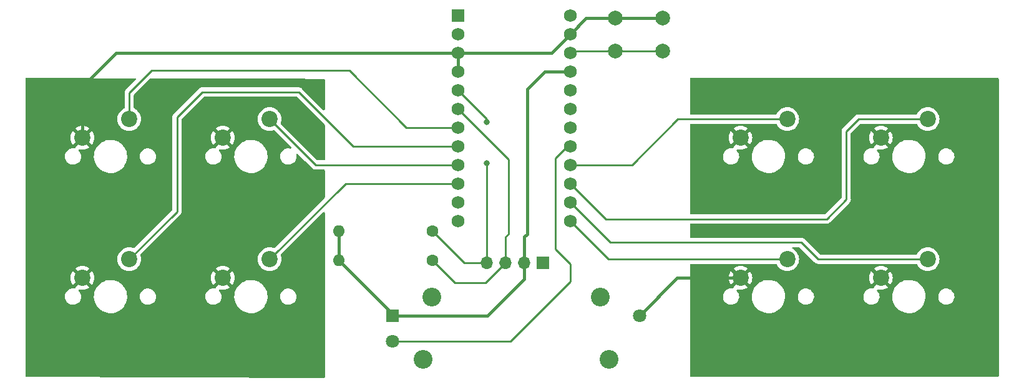
<source format=gbr>
%TF.GenerationSoftware,KiCad,Pcbnew,(7.0.0)*%
%TF.CreationDate,2023-07-31T10:46:51-07:00*%
%TF.ProjectId,macropad-V3,6d616372-6f70-4616-942d-56332e6b6963,rev?*%
%TF.SameCoordinates,Original*%
%TF.FileFunction,Copper,L2,Bot*%
%TF.FilePolarity,Positive*%
%FSLAX46Y46*%
G04 Gerber Fmt 4.6, Leading zero omitted, Abs format (unit mm)*
G04 Created by KiCad (PCBNEW (7.0.0)) date 2023-07-31 10:46:51*
%MOMM*%
%LPD*%
G01*
G04 APERTURE LIST*
%TA.AperFunction,ComponentPad*%
%ADD10C,2.200000*%
%TD*%
%TA.AperFunction,ComponentPad*%
%ADD11C,2.000000*%
%TD*%
%TA.AperFunction,ComponentPad*%
%ADD12C,1.600000*%
%TD*%
%TA.AperFunction,ComponentPad*%
%ADD13O,1.600000X1.600000*%
%TD*%
%TA.AperFunction,ComponentPad*%
%ADD14R,1.752600X1.752600*%
%TD*%
%TA.AperFunction,ComponentPad*%
%ADD15C,1.752600*%
%TD*%
%TA.AperFunction,ComponentPad*%
%ADD16R,1.700000X1.700000*%
%TD*%
%TA.AperFunction,ComponentPad*%
%ADD17O,1.700000X1.700000*%
%TD*%
%TA.AperFunction,ComponentPad*%
%ADD18R,1.800000X1.800000*%
%TD*%
%TA.AperFunction,ComponentPad*%
%ADD19C,1.800000*%
%TD*%
%TA.AperFunction,ComponentPad*%
%ADD20C,2.550000*%
%TD*%
%TA.AperFunction,ViaPad*%
%ADD21C,0.800000*%
%TD*%
%TA.AperFunction,Conductor*%
%ADD22C,0.381000*%
%TD*%
%TA.AperFunction,Conductor*%
%ADD23C,0.250000*%
%TD*%
G04 APERTURE END LIST*
D10*
%TO.P,MX7,1,1*%
%TO.N,KEY6*%
X196088000Y-67818000D03*
%TO.P,MX7,2,2*%
%TO.N,GND*%
X189738000Y-70358000D03*
%TD*%
%TO.P,MX2,1,1*%
%TO.N,KEY1*%
X87757000Y-86868000D03*
%TO.P,MX2,2,2*%
%TO.N,GND*%
X81407000Y-89408000D03*
%TD*%
D11*
%TO.P,SW1,1,1*%
%TO.N,GND*%
X153670000Y-54102000D03*
X160170000Y-54102000D03*
%TO.P,SW1,2,2*%
%TO.N,Net-(U1-RST)*%
X153670000Y-58602000D03*
X160170000Y-58602000D03*
%TD*%
D12*
%TO.P,R3,1*%
%TO.N,SDA*%
X128905000Y-83058000D03*
D13*
%TO.P,R3,2*%
%TO.N,VCC*%
X116204999Y-83057999D03*
%TD*%
D10*
%TO.P,MX6,1,1*%
%TO.N,KEY5*%
X177038000Y-86868000D03*
%TO.P,MX6,2,2*%
%TO.N,GND*%
X170688000Y-89408000D03*
%TD*%
%TO.P,MX4,1,1*%
%TO.N,KEY3*%
X106807000Y-86868000D03*
%TO.P,MX4,2,2*%
%TO.N,GND*%
X100457000Y-89408000D03*
%TD*%
%TO.P,MX5,1,1*%
%TO.N,KEY4*%
X177038000Y-67818000D03*
%TO.P,MX5,2,2*%
%TO.N,GND*%
X170688000Y-70358000D03*
%TD*%
D14*
%TO.P,U1,1,TX*%
%TO.N,unconnected-(U1-TX-Pad1)*%
X132333999Y-53720999D03*
D15*
%TO.P,U1,2,RX*%
%TO.N,unconnected-(U1-RX-Pad2)*%
X132334000Y-56261000D03*
%TO.P,U1,3,GND*%
%TO.N,GND*%
X132334000Y-58801000D03*
%TO.P,U1,4,GND*%
X132334000Y-61341000D03*
%TO.P,U1,5,2*%
%TO.N,SDA*%
X132334000Y-63881000D03*
%TO.P,U1,6,3*%
%TO.N,SCL*%
X132334000Y-66421000D03*
%TO.P,U1,7,4*%
%TO.N,KEY0*%
X132334000Y-68961000D03*
%TO.P,U1,8,5*%
%TO.N,KEY1*%
X132334000Y-71501000D03*
%TO.P,U1,9,6*%
%TO.N,KEY2*%
X132334000Y-74041000D03*
%TO.P,U1,10,7*%
%TO.N,KEY3*%
X132334000Y-76581000D03*
%TO.P,U1,11,8*%
%TO.N,unconnected-(U1-8-Pad11)*%
X132334000Y-79121000D03*
%TO.P,U1,12,9*%
%TO.N,unconnected-(U1-9-Pad12)*%
X132334000Y-81661000D03*
%TO.P,U1,13,10*%
%TO.N,KEY5*%
X147574000Y-81661000D03*
%TO.P,U1,14,16*%
%TO.N,KEY7*%
X147574000Y-79121000D03*
%TO.P,U1,15,14*%
%TO.N,KEY6*%
X147574000Y-76581000D03*
%TO.P,U1,16,15*%
%TO.N,KEY4*%
X147574000Y-74041000D03*
%TO.P,U1,17,A0*%
%TO.N,ADC0*%
X147574000Y-71501000D03*
%TO.P,U1,18,A1*%
%TO.N,unconnected-(U1-A1-Pad18)*%
X147574000Y-68961000D03*
%TO.P,U1,19,A2*%
%TO.N,unconnected-(U1-A2-Pad19)*%
X147574000Y-66421000D03*
%TO.P,U1,20,A3*%
%TO.N,unconnected-(U1-A3-Pad20)*%
X147574000Y-63881000D03*
%TO.P,U1,21,VCC*%
%TO.N,VCC*%
X147574000Y-61341000D03*
%TO.P,U1,22,RST*%
%TO.N,Net-(U1-RST)*%
X147574000Y-58801000D03*
%TO.P,U1,23,GND*%
%TO.N,GND*%
X147574000Y-56261000D03*
%TO.P,U1,24,RAW*%
%TO.N,unconnected-(U1-RAW-Pad24)*%
X147574000Y-53721000D03*
%TD*%
D10*
%TO.P,MX8,1,1*%
%TO.N,KEY7*%
X196088000Y-86868000D03*
%TO.P,MX8,2,2*%
%TO.N,GND*%
X189738000Y-89408000D03*
%TD*%
D16*
%TO.P,128x32oLed1,1,Pin_1*%
%TO.N,GND*%
X143902999Y-87337999D03*
D17*
%TO.P,128x32oLed1,2,Pin_2*%
%TO.N,VCC*%
X141362999Y-87337999D03*
%TO.P,128x32oLed1,3,Pin_3*%
%TO.N,SCL*%
X138822999Y-87337999D03*
%TO.P,128x32oLed1,4,Pin_4*%
%TO.N,SDA*%
X136282999Y-87337999D03*
%TD*%
D10*
%TO.P,MX1,1,1*%
%TO.N,KEY0*%
X87757000Y-67818000D03*
%TO.P,MX1,2,2*%
%TO.N,GND*%
X81407000Y-70358000D03*
%TD*%
D12*
%TO.P,R2,1*%
%TO.N,SCL*%
X128905000Y-86995000D03*
D13*
%TO.P,R2,2*%
%TO.N,VCC*%
X116204999Y-86994999D03*
%TD*%
D10*
%TO.P,MX3,1,1*%
%TO.N,KEY2*%
X106807000Y-67818000D03*
%TO.P,MX3,2,2*%
%TO.N,GND*%
X100457000Y-70358000D03*
%TD*%
D18*
%TO.P,R1,1*%
%TO.N,VCC*%
X123503499Y-94515999D03*
D19*
%TO.P,R1,2*%
%TO.N,ADC0*%
X123503500Y-98016000D03*
%TO.P,R1,3*%
%TO.N,GND*%
X157003500Y-94516000D03*
D20*
%TO.P,R1,S1*%
%TO.N,N/C*%
X128853500Y-92016000D03*
%TO.P,R1,S2*%
X127653500Y-100516000D03*
%TO.P,R1,S3*%
X151653500Y-92016000D03*
%TO.P,R1,S4*%
X152853500Y-100516000D03*
%TD*%
D21*
%TO.N,SDA*%
X136271000Y-73787000D03*
X136271000Y-68199000D03*
%TD*%
D22*
%TO.N,GND*%
X85979000Y-58801000D02*
X132334000Y-58801000D01*
X149733000Y-54102000D02*
X147574000Y-56261000D01*
X81407000Y-63373000D02*
X85979000Y-58801000D01*
X170688000Y-89408000D02*
X162111500Y-89408000D01*
X147574000Y-56261000D02*
X145034000Y-58801000D01*
X153670000Y-54102000D02*
X160170000Y-54102000D01*
X132334000Y-61341000D02*
X132334000Y-58801000D01*
X81407000Y-89408000D02*
X82506999Y-88308001D01*
X145034000Y-58801000D02*
X132334000Y-58801000D01*
X100457000Y-70358000D02*
X101556999Y-71457999D01*
X153670000Y-54102000D02*
X149733000Y-54102000D01*
X82506999Y-71457999D02*
X81407000Y-70358000D01*
D23*
X81534000Y-69970000D02*
X81280000Y-69716000D01*
D22*
X162111500Y-89408000D02*
X157003500Y-94516000D01*
X101556999Y-88308001D02*
X100457000Y-89408000D01*
X81407000Y-70358000D02*
X81407000Y-63373000D01*
%TO.N,VCC*%
X141363000Y-89523000D02*
X141363000Y-87338000D01*
X116205000Y-83058000D02*
X116205000Y-86995000D01*
X141363000Y-87338000D02*
X141363000Y-83808000D01*
X136370000Y-94516000D02*
X141363000Y-89523000D01*
X123503500Y-94293500D02*
X123503500Y-94516000D01*
X144145000Y-61341000D02*
X141732000Y-63754000D01*
X116205000Y-86995000D02*
X123503500Y-94293500D01*
X141363000Y-83808000D02*
X141732000Y-83439000D01*
X141732000Y-83439000D02*
X141732000Y-63754000D01*
X123503500Y-94516000D02*
X136370000Y-94516000D01*
X147574000Y-61341000D02*
X144145000Y-61341000D01*
D23*
%TO.N,SCL*%
X139192000Y-83439000D02*
X139192000Y-73279000D01*
X138823000Y-87338000D02*
X138823000Y-83808000D01*
X131953000Y-90043000D02*
X128905000Y-86995000D01*
X138823000Y-87338000D02*
X136118000Y-90043000D01*
X138823000Y-83808000D02*
X139192000Y-83439000D01*
X139192000Y-73279000D02*
X132334000Y-66421000D01*
X136118000Y-90043000D02*
X131953000Y-90043000D01*
%TO.N,SDA*%
X136271000Y-68199000D02*
X136271000Y-67818000D01*
X136283000Y-87338000D02*
X136283000Y-73799000D01*
X136283000Y-87338000D02*
X133185000Y-87338000D01*
X136271000Y-67818000D02*
X132334000Y-63881000D01*
X136283000Y-73799000D02*
X136271000Y-73787000D01*
X133185000Y-87338000D02*
X128905000Y-83058000D01*
%TO.N,KEY0*%
X132334000Y-68961000D02*
X125349000Y-68961000D01*
X90805000Y-61214000D02*
X87757000Y-64262000D01*
X87757000Y-64262000D02*
X87757000Y-67818000D01*
X125349000Y-68961000D02*
X117602000Y-61214000D01*
X88145000Y-67691000D02*
X87630000Y-67176000D01*
X117602000Y-61214000D02*
X90805000Y-61214000D01*
%TO.N,KEY1*%
X94234000Y-67564000D02*
X97663000Y-64135000D01*
X87757000Y-86868000D02*
X94234000Y-80391000D01*
X97663000Y-64135000D02*
X110744000Y-64135000D01*
X118110000Y-71501000D02*
X132334000Y-71501000D01*
X94234000Y-80391000D02*
X94234000Y-67564000D01*
X110744000Y-64135000D02*
X118110000Y-71501000D01*
%TO.N,ADC0*%
X145542000Y-85471000D02*
X145542000Y-73152000D01*
X147574000Y-87503000D02*
X145542000Y-85471000D01*
X123180800Y-98016000D02*
X139474000Y-98016000D01*
X139474000Y-98016000D02*
X147574000Y-89916000D01*
X147574000Y-89916000D02*
X147574000Y-87503000D01*
X147193000Y-71501000D02*
X147574000Y-71501000D01*
X145542000Y-73152000D02*
X147193000Y-71501000D01*
%TO.N,Net-(U1-RST)*%
X147773000Y-58602000D02*
X147574000Y-58801000D01*
X153670000Y-58602000D02*
X147773000Y-58602000D01*
X160170000Y-58602000D02*
X153670000Y-58602000D01*
%TO.N,KEY2*%
X113030000Y-74041000D02*
X132334000Y-74041000D01*
X106807000Y-67818000D02*
X113030000Y-74041000D01*
%TO.N,KEY3*%
X117094000Y-76581000D02*
X132334000Y-76581000D01*
X106807000Y-86868000D02*
X107442000Y-87503000D01*
X106807000Y-86868000D02*
X117094000Y-76581000D01*
%TO.N,KEY4*%
X155956000Y-74041000D02*
X147574000Y-74041000D01*
X177038000Y-67818000D02*
X162179000Y-67818000D01*
X162179000Y-67818000D02*
X155956000Y-74041000D01*
%TO.N,KEY5*%
X152781000Y-86868000D02*
X147574000Y-81661000D01*
X177038000Y-86868000D02*
X152781000Y-86868000D01*
%TO.N,KEY6*%
X186690000Y-67818000D02*
X185039000Y-69469000D01*
X152400000Y-81407000D02*
X147574000Y-76581000D01*
X182372000Y-81407000D02*
X152400000Y-81407000D01*
X185039000Y-69469000D02*
X185039000Y-78740000D01*
X185039000Y-78740000D02*
X182372000Y-81407000D01*
X195294366Y-67303000D02*
X196850000Y-67303000D01*
X196088000Y-67818000D02*
X186690000Y-67818000D01*
%TO.N,KEY7*%
X178943000Y-84582000D02*
X153035000Y-84582000D01*
X153035000Y-84582000D02*
X147574000Y-79121000D01*
X196088000Y-86868000D02*
X181229000Y-86868000D01*
X181229000Y-86868000D02*
X178943000Y-84582000D01*
%TD*%
%TA.AperFunction,Conductor*%
%TO.N,GND*%
G36*
X77152101Y-62240912D02*
G01*
X88558879Y-62276558D01*
X88615059Y-62290213D01*
X88658943Y-62327860D01*
X88680986Y-62381312D01*
X88676395Y-62438949D01*
X88646169Y-62488238D01*
X87369696Y-63764711D01*
X87361511Y-63772159D01*
X87355123Y-63776214D01*
X87349788Y-63781894D01*
X87349783Y-63781899D01*
X87309096Y-63825225D01*
X87306392Y-63828016D01*
X87289628Y-63844780D01*
X87289621Y-63844787D01*
X87286880Y-63847529D01*
X87284500Y-63850596D01*
X87284489Y-63850609D01*
X87284400Y-63850725D01*
X87276842Y-63859570D01*
X87252280Y-63885727D01*
X87252273Y-63885736D01*
X87246938Y-63891418D01*
X87243182Y-63898249D01*
X87243179Y-63898254D01*
X87237285Y-63908975D01*
X87226609Y-63925227D01*
X87219109Y-63934896D01*
X87219101Y-63934907D01*
X87214327Y-63941064D01*
X87211234Y-63948208D01*
X87211229Y-63948219D01*
X87196974Y-63981160D01*
X87191838Y-63991643D01*
X87170803Y-64029908D01*
X87168864Y-64037456D01*
X87168863Y-64037461D01*
X87165822Y-64049307D01*
X87159521Y-64067711D01*
X87154658Y-64078948D01*
X87154656Y-64078952D01*
X87151562Y-64086104D01*
X87150342Y-64093803D01*
X87150342Y-64093805D01*
X87144729Y-64129241D01*
X87142361Y-64140676D01*
X87133438Y-64175428D01*
X87133436Y-64175436D01*
X87131500Y-64182981D01*
X87131500Y-64190777D01*
X87131500Y-64203017D01*
X87129974Y-64222402D01*
X87126840Y-64242196D01*
X87127574Y-64249961D01*
X87127574Y-64249964D01*
X87130950Y-64285676D01*
X87131500Y-64297345D01*
X87131500Y-66261867D01*
X87122061Y-66309320D01*
X87095181Y-66349548D01*
X87054953Y-66376428D01*
X87032645Y-66385668D01*
X87032641Y-66385669D01*
X87028141Y-66387534D01*
X87023988Y-66390078D01*
X87023982Y-66390082D01*
X86817495Y-66516617D01*
X86817482Y-66516626D01*
X86813341Y-66519164D01*
X86809646Y-66522319D01*
X86809636Y-66522327D01*
X86625476Y-66679615D01*
X86625469Y-66679621D01*
X86621776Y-66682776D01*
X86618621Y-66686469D01*
X86618615Y-66686476D01*
X86461327Y-66870636D01*
X86461319Y-66870646D01*
X86458164Y-66874341D01*
X86455626Y-66878482D01*
X86455617Y-66878495D01*
X86329082Y-67084982D01*
X86329078Y-67084988D01*
X86326534Y-67089141D01*
X86324670Y-67093640D01*
X86324668Y-67093645D01*
X86231991Y-67317388D01*
X86230127Y-67321889D01*
X86228992Y-67326613D01*
X86228989Y-67326625D01*
X86172453Y-67562118D01*
X86172451Y-67562124D01*
X86171317Y-67566852D01*
X86151551Y-67818000D01*
X86171317Y-68069148D01*
X86172452Y-68073877D01*
X86172453Y-68073881D01*
X86228989Y-68309374D01*
X86228991Y-68309382D01*
X86230127Y-68314111D01*
X86326534Y-68546859D01*
X86329081Y-68551016D01*
X86329082Y-68551017D01*
X86455617Y-68757504D01*
X86455622Y-68757511D01*
X86458164Y-68761659D01*
X86461324Y-68765358D01*
X86461327Y-68765363D01*
X86598623Y-68926115D01*
X86621776Y-68953224D01*
X86625476Y-68956384D01*
X86747356Y-69060480D01*
X86813341Y-69116836D01*
X86817491Y-69119379D01*
X86817495Y-69119382D01*
X86929300Y-69187896D01*
X87028141Y-69248466D01*
X87260889Y-69344873D01*
X87505852Y-69403683D01*
X87757000Y-69423449D01*
X88008148Y-69403683D01*
X88253111Y-69344873D01*
X88485859Y-69248466D01*
X88700659Y-69116836D01*
X88892224Y-68953224D01*
X89055836Y-68761659D01*
X89187466Y-68546859D01*
X89283873Y-68314111D01*
X89342683Y-68069148D01*
X89362449Y-67818000D01*
X89342683Y-67566852D01*
X89283873Y-67321889D01*
X89187466Y-67089141D01*
X89055836Y-66874341D01*
X88892224Y-66682776D01*
X88752385Y-66563342D01*
X88704363Y-66522327D01*
X88704358Y-66522324D01*
X88700659Y-66519164D01*
X88696511Y-66516622D01*
X88696504Y-66516617D01*
X88490017Y-66390082D01*
X88490016Y-66390081D01*
X88485859Y-66387534D01*
X88459047Y-66376428D01*
X88418819Y-66349548D01*
X88391939Y-66309320D01*
X88382500Y-66261867D01*
X88382500Y-64572452D01*
X88391939Y-64524999D01*
X88418819Y-64484771D01*
X88955371Y-63948219D01*
X90584116Y-62319474D01*
X90624515Y-62292526D01*
X90672171Y-62283163D01*
X109135857Y-62340862D01*
X114176388Y-62356614D01*
X114238224Y-62373355D01*
X114283452Y-62418725D01*
X114300000Y-62480613D01*
X114300000Y-66507047D01*
X114286485Y-66563342D01*
X114248885Y-66607365D01*
X114195398Y-66629520D01*
X114137682Y-66624978D01*
X114088319Y-66594728D01*
X111241286Y-63747695D01*
X111233842Y-63739514D01*
X111229786Y-63733123D01*
X111180775Y-63687098D01*
X111177978Y-63684387D01*
X111161227Y-63667636D01*
X111158471Y-63664880D01*
X111155290Y-63662412D01*
X111146414Y-63654830D01*
X111120269Y-63630278D01*
X111120267Y-63630276D01*
X111114582Y-63624938D01*
X111107749Y-63621182D01*
X111107743Y-63621177D01*
X111097025Y-63615285D01*
X111080766Y-63604606D01*
X111071095Y-63597104D01*
X111071092Y-63597102D01*
X111064936Y-63592327D01*
X111057779Y-63589229D01*
X111057776Y-63589228D01*
X111024849Y-63574978D01*
X111014363Y-63569841D01*
X110982932Y-63552562D01*
X110982923Y-63552558D01*
X110976092Y-63548803D01*
X110968535Y-63546862D01*
X110968531Y-63546861D01*
X110956688Y-63543820D01*
X110938284Y-63537519D01*
X110927057Y-63532660D01*
X110927050Y-63532658D01*
X110919896Y-63529562D01*
X110912192Y-63528341D01*
X110912190Y-63528341D01*
X110876759Y-63522729D01*
X110865324Y-63520361D01*
X110830571Y-63511438D01*
X110830563Y-63511437D01*
X110823019Y-63509500D01*
X110815223Y-63509500D01*
X110802983Y-63509500D01*
X110783597Y-63507974D01*
X110763804Y-63504840D01*
X110756038Y-63505574D01*
X110756035Y-63505574D01*
X110720324Y-63508950D01*
X110708655Y-63509500D01*
X97740771Y-63509500D01*
X97729718Y-63508979D01*
X97722332Y-63507328D01*
X97714534Y-63507573D01*
X97655144Y-63509439D01*
X97651250Y-63509500D01*
X97623650Y-63509500D01*
X97619799Y-63509986D01*
X97619768Y-63509988D01*
X97619640Y-63510005D01*
X97608029Y-63510918D01*
X97572167Y-63512045D01*
X97572159Y-63512046D01*
X97564373Y-63512291D01*
X97556885Y-63514466D01*
X97556886Y-63514466D01*
X97545134Y-63517880D01*
X97526095Y-63521822D01*
X97513948Y-63523357D01*
X97513940Y-63523358D01*
X97506208Y-63524336D01*
X97498962Y-63527204D01*
X97498957Y-63527206D01*
X97465585Y-63540419D01*
X97454539Y-63544200D01*
X97447048Y-63546377D01*
X97420094Y-63554208D01*
X97420089Y-63554209D01*
X97412610Y-63556383D01*
X97405908Y-63560346D01*
X97405897Y-63560351D01*
X97395364Y-63566581D01*
X97377900Y-63575136D01*
X97366524Y-63579640D01*
X97366517Y-63579643D01*
X97359268Y-63582514D01*
X97352962Y-63587094D01*
X97352957Y-63587098D01*
X97323927Y-63608189D01*
X97314169Y-63614598D01*
X97283298Y-63632856D01*
X97276579Y-63636830D01*
X97271063Y-63642344D01*
X97271056Y-63642351D01*
X97262407Y-63651000D01*
X97247624Y-63663626D01*
X97237727Y-63670817D01*
X97237720Y-63670823D01*
X97231413Y-63675406D01*
X97226446Y-63681408D01*
X97226435Y-63681420D01*
X97203570Y-63709059D01*
X97195710Y-63717697D01*
X93846696Y-67066711D01*
X93838511Y-67074159D01*
X93832123Y-67078214D01*
X93826788Y-67083894D01*
X93826783Y-67083899D01*
X93786096Y-67127225D01*
X93783392Y-67130016D01*
X93766628Y-67146780D01*
X93766621Y-67146787D01*
X93763880Y-67149529D01*
X93761500Y-67152596D01*
X93761489Y-67152609D01*
X93761400Y-67152725D01*
X93753842Y-67161570D01*
X93729280Y-67187727D01*
X93729273Y-67187736D01*
X93723938Y-67193418D01*
X93720182Y-67200249D01*
X93720179Y-67200254D01*
X93714285Y-67210975D01*
X93703609Y-67227227D01*
X93696109Y-67236896D01*
X93696101Y-67236907D01*
X93691327Y-67243064D01*
X93688234Y-67250208D01*
X93688229Y-67250219D01*
X93673974Y-67283160D01*
X93668838Y-67293643D01*
X93651560Y-67325073D01*
X93647803Y-67331908D01*
X93645864Y-67339456D01*
X93645863Y-67339461D01*
X93642822Y-67351307D01*
X93636521Y-67369711D01*
X93631658Y-67380948D01*
X93631656Y-67380952D01*
X93628562Y-67388104D01*
X93627342Y-67395803D01*
X93627342Y-67395805D01*
X93621729Y-67431241D01*
X93619361Y-67442676D01*
X93610438Y-67477428D01*
X93610436Y-67477436D01*
X93608500Y-67484981D01*
X93608500Y-67492777D01*
X93608500Y-67505017D01*
X93606974Y-67524402D01*
X93603840Y-67544196D01*
X93604574Y-67551961D01*
X93604574Y-67551964D01*
X93607950Y-67587676D01*
X93608500Y-67599345D01*
X93608500Y-80080547D01*
X93599061Y-80128000D01*
X93572181Y-80168228D01*
X88415055Y-85325352D01*
X88374827Y-85352232D01*
X88327375Y-85361671D01*
X88279923Y-85352233D01*
X88257604Y-85342988D01*
X88257603Y-85342987D01*
X88253111Y-85341127D01*
X88248382Y-85339991D01*
X88248377Y-85339990D01*
X88012881Y-85283453D01*
X88012877Y-85283452D01*
X88008148Y-85282317D01*
X88003295Y-85281935D01*
X87761854Y-85262933D01*
X87757000Y-85262551D01*
X87752146Y-85262933D01*
X87510704Y-85281935D01*
X87510702Y-85281935D01*
X87505852Y-85282317D01*
X87501124Y-85283451D01*
X87501118Y-85283453D01*
X87265625Y-85339989D01*
X87265613Y-85339992D01*
X87260889Y-85341127D01*
X87256392Y-85342989D01*
X87256388Y-85342991D01*
X87032645Y-85435668D01*
X87032640Y-85435670D01*
X87028141Y-85437534D01*
X87023988Y-85440078D01*
X87023982Y-85440082D01*
X86817495Y-85566617D01*
X86817482Y-85566626D01*
X86813341Y-85569164D01*
X86809646Y-85572319D01*
X86809636Y-85572327D01*
X86625476Y-85729615D01*
X86625469Y-85729621D01*
X86621776Y-85732776D01*
X86618621Y-85736469D01*
X86618615Y-85736476D01*
X86461327Y-85920636D01*
X86461319Y-85920646D01*
X86458164Y-85924341D01*
X86455626Y-85928482D01*
X86455617Y-85928495D01*
X86329082Y-86134982D01*
X86329078Y-86134988D01*
X86326534Y-86139141D01*
X86230127Y-86371889D01*
X86228992Y-86376613D01*
X86228989Y-86376625D01*
X86172453Y-86612118D01*
X86172451Y-86612124D01*
X86171317Y-86616852D01*
X86151551Y-86868000D01*
X86171317Y-87119148D01*
X86172452Y-87123877D01*
X86172453Y-87123881D01*
X86228989Y-87359374D01*
X86228991Y-87359382D01*
X86230127Y-87364111D01*
X86326534Y-87596859D01*
X86329081Y-87601016D01*
X86329082Y-87601017D01*
X86455617Y-87807504D01*
X86455622Y-87807511D01*
X86458164Y-87811659D01*
X86461324Y-87815358D01*
X86461327Y-87815363D01*
X86598623Y-87976115D01*
X86621776Y-88003224D01*
X86625476Y-88006384D01*
X86747356Y-88110480D01*
X86813341Y-88166836D01*
X86817491Y-88169379D01*
X86817495Y-88169382D01*
X86929300Y-88237896D01*
X87028141Y-88298466D01*
X87260889Y-88394873D01*
X87505852Y-88453683D01*
X87757000Y-88473449D01*
X88008148Y-88453683D01*
X88253111Y-88394873D01*
X88485859Y-88298466D01*
X88700659Y-88166836D01*
X88766643Y-88110480D01*
X99518276Y-88110480D01*
X99524948Y-88122394D01*
X100445457Y-89042903D01*
X100457000Y-89049567D01*
X100468542Y-89042903D01*
X101389055Y-88122389D01*
X101395727Y-88110478D01*
X101391491Y-88104132D01*
X101189789Y-87980529D01*
X101181126Y-87976115D01*
X100957456Y-87883468D01*
X100948219Y-87880466D01*
X100712802Y-87823948D01*
X100703216Y-87822430D01*
X100461854Y-87803434D01*
X100452146Y-87803434D01*
X100210783Y-87822430D01*
X100201197Y-87823948D01*
X99965780Y-87880466D01*
X99956543Y-87883468D01*
X99732873Y-87976115D01*
X99724210Y-87980529D01*
X99522526Y-88104121D01*
X99518276Y-88110480D01*
X88766643Y-88110480D01*
X88892224Y-88003224D01*
X89055836Y-87811659D01*
X89187466Y-87596859D01*
X89283873Y-87364111D01*
X89342683Y-87119148D01*
X89362449Y-86868000D01*
X89342683Y-86616852D01*
X89283873Y-86371889D01*
X89272766Y-86345075D01*
X89263327Y-86297625D01*
X89272766Y-86250171D01*
X89299643Y-86209945D01*
X94621311Y-80888278D01*
X94629481Y-80880844D01*
X94635877Y-80876786D01*
X94681918Y-80827756D01*
X94684535Y-80825054D01*
X94704120Y-80805471D01*
X94706585Y-80802292D01*
X94714167Y-80793416D01*
X94744062Y-80761582D01*
X94753713Y-80744023D01*
X94764390Y-80727770D01*
X94776673Y-80711936D01*
X94794018Y-80671852D01*
X94799151Y-80661371D01*
X94820197Y-80623092D01*
X94825179Y-80603684D01*
X94831482Y-80585276D01*
X94839437Y-80566896D01*
X94846271Y-80523744D01*
X94848633Y-80512338D01*
X94859500Y-80470019D01*
X94859500Y-80449983D01*
X94861027Y-80430585D01*
X94862939Y-80418513D01*
X94862938Y-80418513D01*
X94864160Y-80410804D01*
X94860050Y-80367324D01*
X94859500Y-80355655D01*
X94859500Y-72845398D01*
X98082746Y-72845398D01*
X98083026Y-72851282D01*
X98083026Y-72851289D01*
X98092465Y-73049432D01*
X98092746Y-73055330D01*
X98094135Y-73061058D01*
X98094137Y-73061067D01*
X98116389Y-73152788D01*
X98142296Y-73259576D01*
X98229604Y-73450753D01*
X98233031Y-73455566D01*
X98233032Y-73455567D01*
X98308985Y-73562229D01*
X98351514Y-73621952D01*
X98355791Y-73626030D01*
X98446393Y-73712419D01*
X98503622Y-73766986D01*
X98680428Y-73880613D01*
X98685911Y-73882808D01*
X98685913Y-73882809D01*
X98870060Y-73956530D01*
X98875543Y-73958725D01*
X99081915Y-73998500D01*
X99236471Y-73998500D01*
X99239425Y-73998500D01*
X99396218Y-73983528D01*
X99597875Y-73924316D01*
X99784682Y-73828011D01*
X99949886Y-73698092D01*
X100087519Y-73539256D01*
X100192604Y-73357244D01*
X100261344Y-73158633D01*
X100287981Y-72973369D01*
X102012723Y-72973369D01*
X102013137Y-72977490D01*
X102013138Y-72977501D01*
X102042466Y-73269034D01*
X102042467Y-73269044D01*
X102042882Y-73273162D01*
X102043842Y-73277193D01*
X102043843Y-73277195D01*
X102068147Y-73379181D01*
X102112731Y-73566261D01*
X102221023Y-73847434D01*
X102223007Y-73851055D01*
X102223013Y-73851067D01*
X102296661Y-73985457D01*
X102365825Y-74111665D01*
X102368281Y-74114998D01*
X102368284Y-74115003D01*
X102459722Y-74239103D01*
X102544554Y-74354238D01*
X102754020Y-74570824D01*
X102896214Y-74683113D01*
X102987230Y-74754988D01*
X102987234Y-74754990D01*
X102990485Y-74757558D01*
X103249730Y-74911109D01*
X103253534Y-74912722D01*
X103253538Y-74912724D01*
X103358578Y-74957264D01*
X103527128Y-75028736D01*
X103817729Y-75108340D01*
X104116347Y-75148500D01*
X104340162Y-75148500D01*
X104342244Y-75148500D01*
X104567634Y-75133412D01*
X104862903Y-75073396D01*
X105147537Y-74974560D01*
X105416459Y-74838668D01*
X105664869Y-74668144D01*
X105888333Y-74466032D01*
X106082865Y-74235939D01*
X106244993Y-73981970D01*
X106371823Y-73708658D01*
X106461093Y-73420879D01*
X106511209Y-73123770D01*
X106521277Y-72822631D01*
X106491118Y-72522838D01*
X106421269Y-72229739D01*
X106312977Y-71948566D01*
X106296545Y-71918582D01*
X106239308Y-71814137D01*
X106168175Y-71684335D01*
X106151612Y-71661856D01*
X105991906Y-71445101D01*
X105989446Y-71441762D01*
X105779980Y-71225176D01*
X105598833Y-71082126D01*
X105546769Y-71041011D01*
X105546762Y-71041006D01*
X105543515Y-71038442D01*
X105539954Y-71036332D01*
X105539947Y-71036328D01*
X105287831Y-70887000D01*
X105287828Y-70886998D01*
X105284270Y-70884891D01*
X105280471Y-70883280D01*
X105280461Y-70883275D01*
X105010681Y-70768879D01*
X105010678Y-70768878D01*
X105006872Y-70767264D01*
X105002885Y-70766172D01*
X105002877Y-70766169D01*
X104720278Y-70688757D01*
X104720269Y-70688755D01*
X104716271Y-70687660D01*
X104712164Y-70687107D01*
X104712156Y-70687106D01*
X104421754Y-70648051D01*
X104421746Y-70648050D01*
X104417653Y-70647500D01*
X104191756Y-70647500D01*
X104189682Y-70647638D01*
X104189677Y-70647639D01*
X103970498Y-70662311D01*
X103970492Y-70662311D01*
X103966366Y-70662588D01*
X103962309Y-70663412D01*
X103962306Y-70663413D01*
X103675165Y-70721777D01*
X103675162Y-70721777D01*
X103671097Y-70722604D01*
X103667183Y-70723963D01*
X103667176Y-70723965D01*
X103390375Y-70820081D01*
X103390367Y-70820084D01*
X103386463Y-70821440D01*
X103382771Y-70823305D01*
X103382763Y-70823309D01*
X103121242Y-70955461D01*
X103121232Y-70955466D01*
X103117541Y-70957332D01*
X103114130Y-70959672D01*
X103114124Y-70959677D01*
X102872548Y-71125509D01*
X102872534Y-71125519D01*
X102869131Y-71127856D01*
X102866066Y-71130627D01*
X102866056Y-71130636D01*
X102648741Y-71327187D01*
X102648735Y-71327192D01*
X102645667Y-71329968D01*
X102642998Y-71333123D01*
X102642991Y-71333132D01*
X102453810Y-71556896D01*
X102453804Y-71556903D01*
X102451135Y-71560061D01*
X102448912Y-71563542D01*
X102448904Y-71563554D01*
X102291233Y-71810542D01*
X102291229Y-71810549D01*
X102289007Y-71814030D01*
X102287267Y-71817779D01*
X102287264Y-71817785D01*
X102163922Y-72083580D01*
X102163918Y-72083589D01*
X102162177Y-72087342D01*
X102160951Y-72091291D01*
X102160949Y-72091299D01*
X102082174Y-72345247D01*
X102072907Y-72375121D01*
X102072218Y-72379199D01*
X102072218Y-72379204D01*
X102027686Y-72643211D01*
X102022791Y-72672230D01*
X102022653Y-72676353D01*
X102022652Y-72676365D01*
X102012861Y-72969222D01*
X102012861Y-72969231D01*
X102012723Y-72973369D01*
X100287981Y-72973369D01*
X100291254Y-72950602D01*
X100281254Y-72740670D01*
X100231704Y-72536424D01*
X100144396Y-72345247D01*
X100022486Y-72174048D01*
X99970494Y-72124474D01*
X99937105Y-72069724D01*
X99935533Y-72005613D01*
X99966200Y-71949291D01*
X100020904Y-71915822D01*
X100085012Y-71914158D01*
X100201197Y-71942051D01*
X100210783Y-71943569D01*
X100452146Y-71962566D01*
X100461854Y-71962566D01*
X100703216Y-71943569D01*
X100712802Y-71942051D01*
X100948219Y-71885533D01*
X100957456Y-71882531D01*
X101181126Y-71789884D01*
X101189789Y-71785470D01*
X101391509Y-71661856D01*
X101395732Y-71655522D01*
X101389060Y-71643614D01*
X100468542Y-70723095D01*
X100457000Y-70716431D01*
X100445457Y-70723095D01*
X99524942Y-71643610D01*
X99517518Y-71656862D01*
X99518661Y-71686179D01*
X99508424Y-71740558D01*
X99475551Y-71785070D01*
X99426589Y-71810850D01*
X99371288Y-71812765D01*
X99297882Y-71798617D01*
X99297879Y-71798616D01*
X99292085Y-71797500D01*
X99134575Y-71797500D01*
X99131646Y-71797779D01*
X99131639Y-71797780D01*
X98983662Y-71811910D01*
X98983656Y-71811911D01*
X98977782Y-71812472D01*
X98972112Y-71814136D01*
X98972111Y-71814137D01*
X98781787Y-71870021D01*
X98781782Y-71870022D01*
X98776125Y-71871684D01*
X98770884Y-71874385D01*
X98770881Y-71874387D01*
X98594568Y-71965282D01*
X98594564Y-71965284D01*
X98589318Y-71967989D01*
X98584676Y-71971638D01*
X98584672Y-71971642D01*
X98428759Y-72094254D01*
X98428752Y-72094260D01*
X98424114Y-72097908D01*
X98420250Y-72102367D01*
X98420245Y-72102372D01*
X98313234Y-72225869D01*
X98286481Y-72256744D01*
X98283530Y-72261854D01*
X98283528Y-72261858D01*
X98184352Y-72433635D01*
X98184349Y-72433640D01*
X98181396Y-72438756D01*
X98179465Y-72444335D01*
X98179461Y-72444344D01*
X98114587Y-72631785D01*
X98114584Y-72631794D01*
X98112656Y-72637367D01*
X98111816Y-72643203D01*
X98111815Y-72643211D01*
X98083585Y-72839558D01*
X98083584Y-72839564D01*
X98082746Y-72845398D01*
X94859500Y-72845398D01*
X94859500Y-70362854D01*
X98852434Y-70362854D01*
X98871430Y-70604216D01*
X98872948Y-70613802D01*
X98929466Y-70849219D01*
X98932468Y-70858456D01*
X99025115Y-71082126D01*
X99029529Y-71090789D01*
X99153132Y-71292491D01*
X99159478Y-71296727D01*
X99171389Y-71290055D01*
X100091903Y-70369542D01*
X100098567Y-70357999D01*
X100815431Y-70357999D01*
X100822095Y-70369542D01*
X101742614Y-71290060D01*
X101754522Y-71296732D01*
X101760856Y-71292509D01*
X101884470Y-71090789D01*
X101888884Y-71082126D01*
X101981531Y-70858456D01*
X101984533Y-70849219D01*
X102041051Y-70613802D01*
X102042569Y-70604216D01*
X102061566Y-70362854D01*
X102061566Y-70353146D01*
X102042569Y-70111783D01*
X102041051Y-70102197D01*
X101984533Y-69866780D01*
X101981531Y-69857543D01*
X101888884Y-69633873D01*
X101884470Y-69625210D01*
X101760865Y-69423504D01*
X101754520Y-69419270D01*
X101742610Y-69425942D01*
X100822095Y-70346457D01*
X100815431Y-70357999D01*
X100098567Y-70357999D01*
X100091903Y-70346457D01*
X99171394Y-69425948D01*
X99159480Y-69419276D01*
X99153121Y-69423526D01*
X99029529Y-69625210D01*
X99025115Y-69633873D01*
X98932468Y-69857543D01*
X98929466Y-69866780D01*
X98872948Y-70102197D01*
X98871430Y-70111783D01*
X98852434Y-70353146D01*
X98852434Y-70362854D01*
X94859500Y-70362854D01*
X94859500Y-69060480D01*
X99518276Y-69060480D01*
X99524948Y-69072394D01*
X100445457Y-69992903D01*
X100456999Y-69999567D01*
X100468542Y-69992903D01*
X101389055Y-69072389D01*
X101395727Y-69060478D01*
X101391491Y-69054132D01*
X101189789Y-68930529D01*
X101181126Y-68926115D01*
X100957456Y-68833468D01*
X100948219Y-68830466D01*
X100712802Y-68773948D01*
X100703216Y-68772430D01*
X100461854Y-68753434D01*
X100452146Y-68753434D01*
X100210783Y-68772430D01*
X100201197Y-68773948D01*
X99965780Y-68830466D01*
X99956543Y-68833468D01*
X99732873Y-68926115D01*
X99724210Y-68930529D01*
X99522526Y-69054121D01*
X99518276Y-69060480D01*
X94859500Y-69060480D01*
X94859500Y-67874452D01*
X94868939Y-67826999D01*
X94895819Y-67786771D01*
X97885772Y-64796819D01*
X97926000Y-64769939D01*
X97973453Y-64760500D01*
X110433548Y-64760500D01*
X110481001Y-64769939D01*
X110521229Y-64796819D01*
X114263681Y-68539272D01*
X114290561Y-68579500D01*
X114300000Y-68626953D01*
X114300000Y-73291500D01*
X114283387Y-73353500D01*
X114238000Y-73398887D01*
X114176000Y-73415500D01*
X113340452Y-73415500D01*
X113292999Y-73406061D01*
X113252771Y-73379181D01*
X108349647Y-68476056D01*
X108322767Y-68435827D01*
X108313328Y-68388374D01*
X108322768Y-68340920D01*
X108333873Y-68314111D01*
X108392683Y-68069148D01*
X108412449Y-67818000D01*
X108392683Y-67566852D01*
X108333873Y-67321889D01*
X108237466Y-67089141D01*
X108105836Y-66874341D01*
X107942224Y-66682776D01*
X107802385Y-66563342D01*
X107754363Y-66522327D01*
X107754358Y-66522324D01*
X107750659Y-66519164D01*
X107746511Y-66516622D01*
X107746504Y-66516617D01*
X107540017Y-66390082D01*
X107540016Y-66390081D01*
X107535859Y-66387534D01*
X107303111Y-66291127D01*
X107298382Y-66289991D01*
X107298374Y-66289989D01*
X107062881Y-66233453D01*
X107062877Y-66233452D01*
X107058148Y-66232317D01*
X107053295Y-66231935D01*
X106811854Y-66212933D01*
X106807000Y-66212551D01*
X106802146Y-66212933D01*
X106560704Y-66231935D01*
X106560702Y-66231935D01*
X106555852Y-66232317D01*
X106551124Y-66233451D01*
X106551118Y-66233453D01*
X106315625Y-66289989D01*
X106315613Y-66289992D01*
X106310889Y-66291127D01*
X106306392Y-66292989D01*
X106306388Y-66292991D01*
X106082645Y-66385668D01*
X106082640Y-66385670D01*
X106078141Y-66387534D01*
X106073988Y-66390078D01*
X106073982Y-66390082D01*
X105867495Y-66516617D01*
X105867482Y-66516626D01*
X105863341Y-66519164D01*
X105859646Y-66522319D01*
X105859636Y-66522327D01*
X105675476Y-66679615D01*
X105675469Y-66679621D01*
X105671776Y-66682776D01*
X105668621Y-66686469D01*
X105668615Y-66686476D01*
X105511327Y-66870636D01*
X105511319Y-66870646D01*
X105508164Y-66874341D01*
X105505626Y-66878482D01*
X105505617Y-66878495D01*
X105379082Y-67084982D01*
X105379078Y-67084988D01*
X105376534Y-67089141D01*
X105374670Y-67093640D01*
X105374668Y-67093645D01*
X105281991Y-67317388D01*
X105280127Y-67321889D01*
X105278992Y-67326613D01*
X105278989Y-67326625D01*
X105222453Y-67562118D01*
X105222451Y-67562124D01*
X105221317Y-67566852D01*
X105201551Y-67818000D01*
X105221317Y-68069148D01*
X105222452Y-68073877D01*
X105222453Y-68073881D01*
X105278989Y-68309374D01*
X105278991Y-68309382D01*
X105280127Y-68314111D01*
X105376534Y-68546859D01*
X105379081Y-68551016D01*
X105379082Y-68551017D01*
X105505617Y-68757504D01*
X105505622Y-68757511D01*
X105508164Y-68761659D01*
X105511324Y-68765358D01*
X105511327Y-68765363D01*
X105648623Y-68926115D01*
X105671776Y-68953224D01*
X105675476Y-68956384D01*
X105797356Y-69060480D01*
X105863341Y-69116836D01*
X105867491Y-69119379D01*
X105867495Y-69119382D01*
X105979300Y-69187896D01*
X106078141Y-69248466D01*
X106310889Y-69344873D01*
X106555852Y-69403683D01*
X106807000Y-69423449D01*
X107058148Y-69403683D01*
X107303111Y-69344873D01*
X107329923Y-69333766D01*
X107377376Y-69324328D01*
X107424829Y-69333767D01*
X107465057Y-69360647D01*
X109723324Y-71618915D01*
X109754947Y-71672795D01*
X109756285Y-71735256D01*
X109726999Y-71790442D01*
X109674522Y-71824343D01*
X109612176Y-71828355D01*
X109457882Y-71798617D01*
X109457879Y-71798616D01*
X109452085Y-71797500D01*
X109294575Y-71797500D01*
X109291646Y-71797779D01*
X109291639Y-71797780D01*
X109143662Y-71811910D01*
X109143656Y-71811911D01*
X109137782Y-71812472D01*
X109132112Y-71814136D01*
X109132111Y-71814137D01*
X108941787Y-71870021D01*
X108941782Y-71870022D01*
X108936125Y-71871684D01*
X108930884Y-71874385D01*
X108930881Y-71874387D01*
X108754568Y-71965282D01*
X108754564Y-71965284D01*
X108749318Y-71967989D01*
X108744676Y-71971638D01*
X108744672Y-71971642D01*
X108588759Y-72094254D01*
X108588752Y-72094260D01*
X108584114Y-72097908D01*
X108580250Y-72102367D01*
X108580245Y-72102372D01*
X108473234Y-72225869D01*
X108446481Y-72256744D01*
X108443530Y-72261854D01*
X108443528Y-72261858D01*
X108344352Y-72433635D01*
X108344349Y-72433640D01*
X108341396Y-72438756D01*
X108339465Y-72444335D01*
X108339461Y-72444344D01*
X108274587Y-72631785D01*
X108274584Y-72631794D01*
X108272656Y-72637367D01*
X108271816Y-72643203D01*
X108271815Y-72643211D01*
X108243585Y-72839558D01*
X108243584Y-72839564D01*
X108242746Y-72845398D01*
X108243026Y-72851282D01*
X108243026Y-72851289D01*
X108252465Y-73049432D01*
X108252746Y-73055330D01*
X108254135Y-73061058D01*
X108254137Y-73061067D01*
X108276389Y-73152788D01*
X108302296Y-73259576D01*
X108389604Y-73450753D01*
X108393031Y-73455566D01*
X108393032Y-73455567D01*
X108468985Y-73562229D01*
X108511514Y-73621952D01*
X108515791Y-73626030D01*
X108606393Y-73712419D01*
X108663622Y-73766986D01*
X108840428Y-73880613D01*
X108845911Y-73882808D01*
X108845913Y-73882809D01*
X109030060Y-73956530D01*
X109035543Y-73958725D01*
X109241915Y-73998500D01*
X109396471Y-73998500D01*
X109399425Y-73998500D01*
X109556218Y-73983528D01*
X109757875Y-73924316D01*
X109944682Y-73828011D01*
X110109886Y-73698092D01*
X110247519Y-73539256D01*
X110352604Y-73357244D01*
X110421344Y-73158633D01*
X110451254Y-72950602D01*
X110441254Y-72740670D01*
X110416037Y-72636729D01*
X110417401Y-72573127D01*
X110450123Y-72518571D01*
X110505591Y-72487420D01*
X110569206Y-72487874D01*
X110624222Y-72519813D01*
X111635347Y-73530938D01*
X112532707Y-74428298D01*
X112540159Y-74436487D01*
X112544214Y-74442877D01*
X112571832Y-74468812D01*
X112593223Y-74488900D01*
X112596020Y-74491611D01*
X112615529Y-74511120D01*
X112618709Y-74513587D01*
X112627571Y-74521155D01*
X112641020Y-74533785D01*
X112653732Y-74545723D01*
X112653734Y-74545724D01*
X112659418Y-74551062D01*
X112666251Y-74554818D01*
X112666252Y-74554819D01*
X112676973Y-74560713D01*
X112693234Y-74571394D01*
X112709064Y-74583673D01*
X112749154Y-74601021D01*
X112759631Y-74606154D01*
X112797908Y-74627197D01*
X112814957Y-74631574D01*
X112817305Y-74632177D01*
X112835719Y-74638481D01*
X112854104Y-74646438D01*
X112897265Y-74653273D01*
X112908664Y-74655634D01*
X112950981Y-74666500D01*
X112971017Y-74666500D01*
X112990402Y-74668025D01*
X113010196Y-74671160D01*
X113048276Y-74667560D01*
X113053676Y-74667050D01*
X113065345Y-74666500D01*
X114176000Y-74666500D01*
X114238000Y-74683113D01*
X114283387Y-74728500D01*
X114300000Y-74790500D01*
X114300000Y-78439047D01*
X114290561Y-78486500D01*
X114263681Y-78526728D01*
X107465055Y-85325352D01*
X107424827Y-85352232D01*
X107377375Y-85361671D01*
X107329923Y-85352233D01*
X107307604Y-85342988D01*
X107307603Y-85342987D01*
X107303111Y-85341127D01*
X107298382Y-85339991D01*
X107298377Y-85339990D01*
X107062881Y-85283453D01*
X107062877Y-85283452D01*
X107058148Y-85282317D01*
X107053295Y-85281935D01*
X106811854Y-85262933D01*
X106807000Y-85262551D01*
X106802146Y-85262933D01*
X106560704Y-85281935D01*
X106560702Y-85281935D01*
X106555852Y-85282317D01*
X106551124Y-85283451D01*
X106551118Y-85283453D01*
X106315625Y-85339989D01*
X106315613Y-85339992D01*
X106310889Y-85341127D01*
X106306392Y-85342989D01*
X106306388Y-85342991D01*
X106082645Y-85435668D01*
X106082640Y-85435670D01*
X106078141Y-85437534D01*
X106073988Y-85440078D01*
X106073982Y-85440082D01*
X105867495Y-85566617D01*
X105867482Y-85566626D01*
X105863341Y-85569164D01*
X105859646Y-85572319D01*
X105859636Y-85572327D01*
X105675476Y-85729615D01*
X105675469Y-85729621D01*
X105671776Y-85732776D01*
X105668621Y-85736469D01*
X105668615Y-85736476D01*
X105511327Y-85920636D01*
X105511319Y-85920646D01*
X105508164Y-85924341D01*
X105505626Y-85928482D01*
X105505617Y-85928495D01*
X105379082Y-86134982D01*
X105379078Y-86134988D01*
X105376534Y-86139141D01*
X105280127Y-86371889D01*
X105278992Y-86376613D01*
X105278989Y-86376625D01*
X105222453Y-86612118D01*
X105222451Y-86612124D01*
X105221317Y-86616852D01*
X105201551Y-86868000D01*
X105221317Y-87119148D01*
X105222452Y-87123877D01*
X105222453Y-87123881D01*
X105278989Y-87359374D01*
X105278991Y-87359382D01*
X105280127Y-87364111D01*
X105376534Y-87596859D01*
X105379081Y-87601016D01*
X105379082Y-87601017D01*
X105505617Y-87807504D01*
X105505622Y-87807511D01*
X105508164Y-87811659D01*
X105511324Y-87815358D01*
X105511327Y-87815363D01*
X105648623Y-87976115D01*
X105671776Y-88003224D01*
X105675476Y-88006384D01*
X105797356Y-88110480D01*
X105863341Y-88166836D01*
X105867491Y-88169379D01*
X105867495Y-88169382D01*
X105979300Y-88237896D01*
X106078141Y-88298466D01*
X106310889Y-88394873D01*
X106555852Y-88453683D01*
X106807000Y-88473449D01*
X107058148Y-88453683D01*
X107303111Y-88394873D01*
X107535859Y-88298466D01*
X107750659Y-88166836D01*
X107942224Y-88003224D01*
X108105836Y-87811659D01*
X108237466Y-87596859D01*
X108333873Y-87364111D01*
X108392683Y-87119148D01*
X108412449Y-86868000D01*
X108392683Y-86616852D01*
X108333873Y-86371889D01*
X108322766Y-86345075D01*
X108313327Y-86297625D01*
X108322766Y-86250171D01*
X108349643Y-86209945D01*
X114088319Y-80471270D01*
X114137682Y-80441021D01*
X114195398Y-80436479D01*
X114248885Y-80458634D01*
X114286485Y-80502657D01*
X114300000Y-80558952D01*
X114300000Y-102872612D01*
X114283323Y-102934724D01*
X114237776Y-102980128D01*
X114175613Y-102996611D01*
X73783613Y-102870386D01*
X73721776Y-102853645D01*
X73676548Y-102808275D01*
X73660000Y-102746387D01*
X73660000Y-91895398D01*
X79032746Y-91895398D01*
X79033026Y-91901282D01*
X79033026Y-91901289D01*
X79042465Y-92099432D01*
X79042746Y-92105330D01*
X79044135Y-92111058D01*
X79044137Y-92111067D01*
X79066389Y-92202788D01*
X79092296Y-92309576D01*
X79179604Y-92500753D01*
X79183031Y-92505566D01*
X79183032Y-92505567D01*
X79258985Y-92612229D01*
X79301514Y-92671952D01*
X79305791Y-92676030D01*
X79396393Y-92762419D01*
X79453622Y-92816986D01*
X79630428Y-92930613D01*
X79635911Y-92932808D01*
X79635913Y-92932809D01*
X79820060Y-93006530D01*
X79825543Y-93008725D01*
X80031915Y-93048500D01*
X80186471Y-93048500D01*
X80189425Y-93048500D01*
X80346218Y-93033528D01*
X80547875Y-92974316D01*
X80734682Y-92878011D01*
X80899886Y-92748092D01*
X81037519Y-92589256D01*
X81142604Y-92407244D01*
X81211344Y-92208633D01*
X81237981Y-92023369D01*
X82962723Y-92023369D01*
X82963137Y-92027490D01*
X82963138Y-92027501D01*
X82992466Y-92319034D01*
X82992467Y-92319044D01*
X82992882Y-92323162D01*
X83062731Y-92616261D01*
X83171023Y-92897434D01*
X83173007Y-92901055D01*
X83173013Y-92901067D01*
X83246661Y-93035457D01*
X83315825Y-93161665D01*
X83318281Y-93164998D01*
X83318284Y-93165003D01*
X83409722Y-93289103D01*
X83494554Y-93404238D01*
X83704020Y-93620824D01*
X83823737Y-93715363D01*
X83937230Y-93804988D01*
X83937234Y-93804990D01*
X83940485Y-93807558D01*
X84199730Y-93961109D01*
X84203534Y-93962722D01*
X84203538Y-93962724D01*
X84308578Y-94007264D01*
X84477128Y-94078736D01*
X84767729Y-94158340D01*
X85066347Y-94198500D01*
X85290162Y-94198500D01*
X85292244Y-94198500D01*
X85517634Y-94183412D01*
X85812903Y-94123396D01*
X86097537Y-94024560D01*
X86366459Y-93888668D01*
X86614869Y-93718144D01*
X86838333Y-93516032D01*
X87032865Y-93285939D01*
X87194993Y-93031970D01*
X87321823Y-92758658D01*
X87411093Y-92470879D01*
X87461209Y-92173770D01*
X87470516Y-91895398D01*
X89192746Y-91895398D01*
X89193026Y-91901282D01*
X89193026Y-91901289D01*
X89202465Y-92099432D01*
X89202746Y-92105330D01*
X89204135Y-92111058D01*
X89204137Y-92111067D01*
X89226389Y-92202788D01*
X89252296Y-92309576D01*
X89339604Y-92500753D01*
X89343031Y-92505566D01*
X89343032Y-92505567D01*
X89418985Y-92612229D01*
X89461514Y-92671952D01*
X89465791Y-92676030D01*
X89556393Y-92762419D01*
X89613622Y-92816986D01*
X89790428Y-92930613D01*
X89795911Y-92932808D01*
X89795913Y-92932809D01*
X89980060Y-93006530D01*
X89985543Y-93008725D01*
X90191915Y-93048500D01*
X90346471Y-93048500D01*
X90349425Y-93048500D01*
X90506218Y-93033528D01*
X90707875Y-92974316D01*
X90894682Y-92878011D01*
X91059886Y-92748092D01*
X91197519Y-92589256D01*
X91302604Y-92407244D01*
X91371344Y-92208633D01*
X91401254Y-92000602D01*
X91396243Y-91895398D01*
X98082746Y-91895398D01*
X98083026Y-91901282D01*
X98083026Y-91901289D01*
X98092465Y-92099432D01*
X98092746Y-92105330D01*
X98094135Y-92111058D01*
X98094137Y-92111067D01*
X98116389Y-92202788D01*
X98142296Y-92309576D01*
X98229604Y-92500753D01*
X98233031Y-92505566D01*
X98233032Y-92505567D01*
X98308985Y-92612229D01*
X98351514Y-92671952D01*
X98355791Y-92676030D01*
X98446393Y-92762419D01*
X98503622Y-92816986D01*
X98680428Y-92930613D01*
X98685911Y-92932808D01*
X98685913Y-92932809D01*
X98870060Y-93006530D01*
X98875543Y-93008725D01*
X99081915Y-93048500D01*
X99236471Y-93048500D01*
X99239425Y-93048500D01*
X99396218Y-93033528D01*
X99597875Y-92974316D01*
X99784682Y-92878011D01*
X99949886Y-92748092D01*
X100087519Y-92589256D01*
X100192604Y-92407244D01*
X100261344Y-92208633D01*
X100287981Y-92023369D01*
X102012723Y-92023369D01*
X102013137Y-92027490D01*
X102013138Y-92027501D01*
X102042466Y-92319034D01*
X102042467Y-92319044D01*
X102042882Y-92323162D01*
X102112731Y-92616261D01*
X102221023Y-92897434D01*
X102223007Y-92901055D01*
X102223013Y-92901067D01*
X102296661Y-93035457D01*
X102365825Y-93161665D01*
X102368281Y-93164998D01*
X102368284Y-93165003D01*
X102459722Y-93289103D01*
X102544554Y-93404238D01*
X102754020Y-93620824D01*
X102873737Y-93715363D01*
X102987230Y-93804988D01*
X102987234Y-93804990D01*
X102990485Y-93807558D01*
X103249730Y-93961109D01*
X103253534Y-93962722D01*
X103253538Y-93962724D01*
X103358578Y-94007264D01*
X103527128Y-94078736D01*
X103817729Y-94158340D01*
X104116347Y-94198500D01*
X104340162Y-94198500D01*
X104342244Y-94198500D01*
X104567634Y-94183412D01*
X104862903Y-94123396D01*
X105147537Y-94024560D01*
X105416459Y-93888668D01*
X105664869Y-93718144D01*
X105888333Y-93516032D01*
X106082865Y-93285939D01*
X106244993Y-93031970D01*
X106371823Y-92758658D01*
X106461093Y-92470879D01*
X106511209Y-92173770D01*
X106520516Y-91895398D01*
X108242746Y-91895398D01*
X108243026Y-91901282D01*
X108243026Y-91901289D01*
X108252465Y-92099432D01*
X108252746Y-92105330D01*
X108254135Y-92111058D01*
X108254137Y-92111067D01*
X108276389Y-92202788D01*
X108302296Y-92309576D01*
X108389604Y-92500753D01*
X108393031Y-92505566D01*
X108393032Y-92505567D01*
X108468985Y-92612229D01*
X108511514Y-92671952D01*
X108515791Y-92676030D01*
X108606393Y-92762419D01*
X108663622Y-92816986D01*
X108840428Y-92930613D01*
X108845911Y-92932808D01*
X108845913Y-92932809D01*
X109030060Y-93006530D01*
X109035543Y-93008725D01*
X109241915Y-93048500D01*
X109396471Y-93048500D01*
X109399425Y-93048500D01*
X109556218Y-93033528D01*
X109757875Y-92974316D01*
X109944682Y-92878011D01*
X110109886Y-92748092D01*
X110247519Y-92589256D01*
X110352604Y-92407244D01*
X110421344Y-92208633D01*
X110451254Y-92000602D01*
X110441254Y-91790670D01*
X110391704Y-91586424D01*
X110304396Y-91395247D01*
X110182486Y-91224048D01*
X110091551Y-91137342D01*
X110034651Y-91083088D01*
X110034649Y-91083086D01*
X110030378Y-91079014D01*
X109911218Y-91002434D01*
X109858544Y-90968582D01*
X109858541Y-90968580D01*
X109853572Y-90965387D01*
X109848092Y-90963193D01*
X109848086Y-90963190D01*
X109663939Y-90889469D01*
X109663932Y-90889467D01*
X109658457Y-90887275D01*
X109652662Y-90886158D01*
X109652655Y-90886156D01*
X109457882Y-90848617D01*
X109457879Y-90848616D01*
X109452085Y-90847500D01*
X109294575Y-90847500D01*
X109291646Y-90847779D01*
X109291639Y-90847780D01*
X109143662Y-90861910D01*
X109143656Y-90861911D01*
X109137782Y-90862472D01*
X109132112Y-90864136D01*
X109132111Y-90864137D01*
X108941787Y-90920021D01*
X108941782Y-90920022D01*
X108936125Y-90921684D01*
X108930884Y-90924385D01*
X108930881Y-90924387D01*
X108754568Y-91015282D01*
X108754564Y-91015284D01*
X108749318Y-91017989D01*
X108744676Y-91021638D01*
X108744672Y-91021642D01*
X108588759Y-91144254D01*
X108588752Y-91144260D01*
X108584114Y-91147908D01*
X108580250Y-91152367D01*
X108580245Y-91152372D01*
X108473234Y-91275869D01*
X108446481Y-91306744D01*
X108443530Y-91311854D01*
X108443528Y-91311858D01*
X108344352Y-91483635D01*
X108344349Y-91483640D01*
X108341396Y-91488756D01*
X108339465Y-91494335D01*
X108339461Y-91494344D01*
X108274587Y-91681785D01*
X108274584Y-91681794D01*
X108272656Y-91687367D01*
X108271816Y-91693203D01*
X108271815Y-91693211D01*
X108243585Y-91889558D01*
X108243584Y-91889564D01*
X108242746Y-91895398D01*
X106520516Y-91895398D01*
X106521277Y-91872631D01*
X106491118Y-91572838D01*
X106421269Y-91279739D01*
X106312977Y-90998566D01*
X106296545Y-90968582D01*
X106239308Y-90864137D01*
X106168175Y-90734335D01*
X106151612Y-90711856D01*
X105991906Y-90495101D01*
X105989446Y-90491762D01*
X105779980Y-90275176D01*
X105598833Y-90132126D01*
X105546769Y-90091011D01*
X105546762Y-90091006D01*
X105543515Y-90088442D01*
X105539954Y-90086332D01*
X105539947Y-90086328D01*
X105287831Y-89937000D01*
X105287828Y-89936998D01*
X105284270Y-89934891D01*
X105280471Y-89933280D01*
X105280461Y-89933275D01*
X105010681Y-89818879D01*
X105010678Y-89818878D01*
X105006872Y-89817264D01*
X105002885Y-89816172D01*
X105002877Y-89816169D01*
X104720278Y-89738757D01*
X104720269Y-89738755D01*
X104716271Y-89737660D01*
X104712164Y-89737107D01*
X104712156Y-89737106D01*
X104421754Y-89698051D01*
X104421746Y-89698050D01*
X104417653Y-89697500D01*
X104191756Y-89697500D01*
X104189682Y-89697638D01*
X104189677Y-89697639D01*
X103970498Y-89712311D01*
X103970492Y-89712311D01*
X103966366Y-89712588D01*
X103962309Y-89713412D01*
X103962306Y-89713413D01*
X103675165Y-89771777D01*
X103675162Y-89771777D01*
X103671097Y-89772604D01*
X103667183Y-89773963D01*
X103667176Y-89773965D01*
X103390375Y-89870081D01*
X103390367Y-89870084D01*
X103386463Y-89871440D01*
X103382771Y-89873305D01*
X103382763Y-89873309D01*
X103121242Y-90005461D01*
X103121232Y-90005466D01*
X103117541Y-90007332D01*
X103114130Y-90009672D01*
X103114124Y-90009677D01*
X102872548Y-90175509D01*
X102872534Y-90175519D01*
X102869131Y-90177856D01*
X102866066Y-90180627D01*
X102866056Y-90180636D01*
X102648741Y-90377187D01*
X102648735Y-90377192D01*
X102645667Y-90379968D01*
X102642998Y-90383123D01*
X102642991Y-90383132D01*
X102453810Y-90606896D01*
X102453804Y-90606903D01*
X102451135Y-90610061D01*
X102448912Y-90613542D01*
X102448904Y-90613554D01*
X102291233Y-90860542D01*
X102291229Y-90860549D01*
X102289007Y-90864030D01*
X102287267Y-90867779D01*
X102287264Y-90867785D01*
X102163922Y-91133580D01*
X102163918Y-91133589D01*
X102162177Y-91137342D01*
X102160951Y-91141291D01*
X102160949Y-91141299D01*
X102082174Y-91395247D01*
X102072907Y-91425121D01*
X102072218Y-91429199D01*
X102072218Y-91429204D01*
X102027686Y-91693211D01*
X102022791Y-91722230D01*
X102022653Y-91726353D01*
X102022652Y-91726365D01*
X102012861Y-92019222D01*
X102012861Y-92019231D01*
X102012723Y-92023369D01*
X100287981Y-92023369D01*
X100291254Y-92000602D01*
X100281254Y-91790670D01*
X100231704Y-91586424D01*
X100144396Y-91395247D01*
X100022486Y-91224048D01*
X99970494Y-91174474D01*
X99937105Y-91119724D01*
X99935533Y-91055613D01*
X99966200Y-90999291D01*
X100020904Y-90965822D01*
X100085012Y-90964158D01*
X100201197Y-90992051D01*
X100210783Y-90993569D01*
X100452146Y-91012566D01*
X100461854Y-91012566D01*
X100703216Y-90993569D01*
X100712802Y-90992051D01*
X100948219Y-90935533D01*
X100957456Y-90932531D01*
X101181126Y-90839884D01*
X101189789Y-90835470D01*
X101391509Y-90711856D01*
X101395732Y-90705522D01*
X101389060Y-90693614D01*
X100468542Y-89773095D01*
X100457000Y-89766431D01*
X100445457Y-89773095D01*
X99524942Y-90693610D01*
X99517518Y-90706862D01*
X99518661Y-90736179D01*
X99508424Y-90790558D01*
X99475551Y-90835070D01*
X99426589Y-90860850D01*
X99371288Y-90862765D01*
X99297882Y-90848617D01*
X99297879Y-90848616D01*
X99292085Y-90847500D01*
X99134575Y-90847500D01*
X99131646Y-90847779D01*
X99131639Y-90847780D01*
X98983662Y-90861910D01*
X98983656Y-90861911D01*
X98977782Y-90862472D01*
X98972112Y-90864136D01*
X98972111Y-90864137D01*
X98781787Y-90920021D01*
X98781782Y-90920022D01*
X98776125Y-90921684D01*
X98770884Y-90924385D01*
X98770881Y-90924387D01*
X98594568Y-91015282D01*
X98594564Y-91015284D01*
X98589318Y-91017989D01*
X98584676Y-91021638D01*
X98584672Y-91021642D01*
X98428759Y-91144254D01*
X98428752Y-91144260D01*
X98424114Y-91147908D01*
X98420250Y-91152367D01*
X98420245Y-91152372D01*
X98313234Y-91275869D01*
X98286481Y-91306744D01*
X98283530Y-91311854D01*
X98283528Y-91311858D01*
X98184352Y-91483635D01*
X98184349Y-91483640D01*
X98181396Y-91488756D01*
X98179465Y-91494335D01*
X98179461Y-91494344D01*
X98114587Y-91681785D01*
X98114584Y-91681794D01*
X98112656Y-91687367D01*
X98111816Y-91693203D01*
X98111815Y-91693211D01*
X98083585Y-91889558D01*
X98083584Y-91889564D01*
X98082746Y-91895398D01*
X91396243Y-91895398D01*
X91391254Y-91790670D01*
X91341704Y-91586424D01*
X91254396Y-91395247D01*
X91132486Y-91224048D01*
X91041551Y-91137342D01*
X90984651Y-91083088D01*
X90984649Y-91083086D01*
X90980378Y-91079014D01*
X90861218Y-91002434D01*
X90808544Y-90968582D01*
X90808541Y-90968580D01*
X90803572Y-90965387D01*
X90798092Y-90963193D01*
X90798086Y-90963190D01*
X90613939Y-90889469D01*
X90613932Y-90889467D01*
X90608457Y-90887275D01*
X90602662Y-90886158D01*
X90602655Y-90886156D01*
X90407882Y-90848617D01*
X90407879Y-90848616D01*
X90402085Y-90847500D01*
X90244575Y-90847500D01*
X90241646Y-90847779D01*
X90241639Y-90847780D01*
X90093662Y-90861910D01*
X90093656Y-90861911D01*
X90087782Y-90862472D01*
X90082112Y-90864136D01*
X90082111Y-90864137D01*
X89891787Y-90920021D01*
X89891782Y-90920022D01*
X89886125Y-90921684D01*
X89880884Y-90924385D01*
X89880881Y-90924387D01*
X89704568Y-91015282D01*
X89704564Y-91015284D01*
X89699318Y-91017989D01*
X89694676Y-91021638D01*
X89694672Y-91021642D01*
X89538759Y-91144254D01*
X89538752Y-91144260D01*
X89534114Y-91147908D01*
X89530250Y-91152367D01*
X89530245Y-91152372D01*
X89423234Y-91275869D01*
X89396481Y-91306744D01*
X89393530Y-91311854D01*
X89393528Y-91311858D01*
X89294352Y-91483635D01*
X89294349Y-91483640D01*
X89291396Y-91488756D01*
X89289465Y-91494335D01*
X89289461Y-91494344D01*
X89224587Y-91681785D01*
X89224584Y-91681794D01*
X89222656Y-91687367D01*
X89221816Y-91693203D01*
X89221815Y-91693211D01*
X89193585Y-91889558D01*
X89193584Y-91889564D01*
X89192746Y-91895398D01*
X87470516Y-91895398D01*
X87471277Y-91872631D01*
X87441118Y-91572838D01*
X87371269Y-91279739D01*
X87262977Y-90998566D01*
X87246545Y-90968582D01*
X87189308Y-90864137D01*
X87118175Y-90734335D01*
X87101612Y-90711856D01*
X86941906Y-90495101D01*
X86939446Y-90491762D01*
X86729980Y-90275176D01*
X86548833Y-90132126D01*
X86496769Y-90091011D01*
X86496762Y-90091006D01*
X86493515Y-90088442D01*
X86489954Y-90086332D01*
X86489947Y-90086328D01*
X86237831Y-89937000D01*
X86237828Y-89936998D01*
X86234270Y-89934891D01*
X86230471Y-89933280D01*
X86230461Y-89933275D01*
X85960681Y-89818879D01*
X85960678Y-89818878D01*
X85956872Y-89817264D01*
X85952885Y-89816172D01*
X85952877Y-89816169D01*
X85670278Y-89738757D01*
X85670269Y-89738755D01*
X85666271Y-89737660D01*
X85662164Y-89737107D01*
X85662156Y-89737106D01*
X85371754Y-89698051D01*
X85371746Y-89698050D01*
X85367653Y-89697500D01*
X85141756Y-89697500D01*
X85139682Y-89697638D01*
X85139677Y-89697639D01*
X84920498Y-89712311D01*
X84920492Y-89712311D01*
X84916366Y-89712588D01*
X84912309Y-89713412D01*
X84912306Y-89713413D01*
X84625165Y-89771777D01*
X84625162Y-89771777D01*
X84621097Y-89772604D01*
X84617183Y-89773963D01*
X84617176Y-89773965D01*
X84340375Y-89870081D01*
X84340367Y-89870084D01*
X84336463Y-89871440D01*
X84332771Y-89873305D01*
X84332763Y-89873309D01*
X84071242Y-90005461D01*
X84071232Y-90005466D01*
X84067541Y-90007332D01*
X84064130Y-90009672D01*
X84064124Y-90009677D01*
X83822548Y-90175509D01*
X83822534Y-90175519D01*
X83819131Y-90177856D01*
X83816066Y-90180627D01*
X83816056Y-90180636D01*
X83598741Y-90377187D01*
X83598735Y-90377192D01*
X83595667Y-90379968D01*
X83592998Y-90383123D01*
X83592991Y-90383132D01*
X83403810Y-90606896D01*
X83403804Y-90606903D01*
X83401135Y-90610061D01*
X83398912Y-90613542D01*
X83398904Y-90613554D01*
X83241233Y-90860542D01*
X83241229Y-90860549D01*
X83239007Y-90864030D01*
X83237267Y-90867779D01*
X83237264Y-90867785D01*
X83113922Y-91133580D01*
X83113918Y-91133589D01*
X83112177Y-91137342D01*
X83110951Y-91141291D01*
X83110949Y-91141299D01*
X83032174Y-91395247D01*
X83022907Y-91425121D01*
X83022218Y-91429199D01*
X83022218Y-91429204D01*
X82977686Y-91693211D01*
X82972791Y-91722230D01*
X82972653Y-91726353D01*
X82972652Y-91726365D01*
X82962861Y-92019222D01*
X82962861Y-92019231D01*
X82962723Y-92023369D01*
X81237981Y-92023369D01*
X81241254Y-92000602D01*
X81231254Y-91790670D01*
X81181704Y-91586424D01*
X81094396Y-91395247D01*
X80972486Y-91224048D01*
X80920494Y-91174474D01*
X80887105Y-91119724D01*
X80885533Y-91055613D01*
X80916200Y-90999291D01*
X80970904Y-90965822D01*
X81035012Y-90964158D01*
X81151197Y-90992051D01*
X81160783Y-90993569D01*
X81402146Y-91012566D01*
X81411854Y-91012566D01*
X81653216Y-90993569D01*
X81662802Y-90992051D01*
X81898219Y-90935533D01*
X81907456Y-90932531D01*
X82131126Y-90839884D01*
X82139789Y-90835470D01*
X82341509Y-90711856D01*
X82345732Y-90705522D01*
X82339060Y-90693614D01*
X81418542Y-89773095D01*
X81407000Y-89766431D01*
X81395457Y-89773095D01*
X80474942Y-90693610D01*
X80467518Y-90706862D01*
X80468661Y-90736179D01*
X80458424Y-90790558D01*
X80425551Y-90835070D01*
X80376589Y-90860850D01*
X80321288Y-90862765D01*
X80247882Y-90848617D01*
X80247879Y-90848616D01*
X80242085Y-90847500D01*
X80084575Y-90847500D01*
X80081646Y-90847779D01*
X80081639Y-90847780D01*
X79933662Y-90861910D01*
X79933656Y-90861911D01*
X79927782Y-90862472D01*
X79922112Y-90864136D01*
X79922111Y-90864137D01*
X79731787Y-90920021D01*
X79731782Y-90920022D01*
X79726125Y-90921684D01*
X79720884Y-90924385D01*
X79720881Y-90924387D01*
X79544568Y-91015282D01*
X79544564Y-91015284D01*
X79539318Y-91017989D01*
X79534676Y-91021638D01*
X79534672Y-91021642D01*
X79378759Y-91144254D01*
X79378752Y-91144260D01*
X79374114Y-91147908D01*
X79370250Y-91152367D01*
X79370245Y-91152372D01*
X79263234Y-91275869D01*
X79236481Y-91306744D01*
X79233530Y-91311854D01*
X79233528Y-91311858D01*
X79134352Y-91483635D01*
X79134349Y-91483640D01*
X79131396Y-91488756D01*
X79129465Y-91494335D01*
X79129461Y-91494344D01*
X79064587Y-91681785D01*
X79064584Y-91681794D01*
X79062656Y-91687367D01*
X79061816Y-91693203D01*
X79061815Y-91693211D01*
X79033585Y-91889558D01*
X79033584Y-91889564D01*
X79032746Y-91895398D01*
X73660000Y-91895398D01*
X73660000Y-89412854D01*
X79802434Y-89412854D01*
X79821430Y-89654216D01*
X79822948Y-89663802D01*
X79879466Y-89899219D01*
X79882468Y-89908456D01*
X79975115Y-90132126D01*
X79979529Y-90140789D01*
X80103132Y-90342491D01*
X80109478Y-90346727D01*
X80121389Y-90340055D01*
X81041903Y-89419542D01*
X81048567Y-89408000D01*
X81765431Y-89408000D01*
X81772095Y-89419542D01*
X82692614Y-90340060D01*
X82704522Y-90346732D01*
X82710856Y-90342509D01*
X82834470Y-90140789D01*
X82838884Y-90132126D01*
X82931531Y-89908456D01*
X82934533Y-89899219D01*
X82991051Y-89663802D01*
X82992569Y-89654216D01*
X83011566Y-89412854D01*
X98852434Y-89412854D01*
X98871430Y-89654216D01*
X98872948Y-89663802D01*
X98929466Y-89899219D01*
X98932468Y-89908456D01*
X99025115Y-90132126D01*
X99029529Y-90140789D01*
X99153132Y-90342491D01*
X99159478Y-90346727D01*
X99171389Y-90340055D01*
X100091903Y-89419542D01*
X100098567Y-89408000D01*
X100815431Y-89408000D01*
X100822095Y-89419542D01*
X101742614Y-90340060D01*
X101754522Y-90346732D01*
X101760856Y-90342509D01*
X101884470Y-90140789D01*
X101888884Y-90132126D01*
X101981531Y-89908456D01*
X101984533Y-89899219D01*
X102041051Y-89663802D01*
X102042569Y-89654216D01*
X102061566Y-89412854D01*
X102061566Y-89403146D01*
X102042569Y-89161783D01*
X102041051Y-89152197D01*
X101984533Y-88916780D01*
X101981531Y-88907543D01*
X101888884Y-88683873D01*
X101884470Y-88675210D01*
X101760865Y-88473504D01*
X101754520Y-88469270D01*
X101742610Y-88475942D01*
X100822095Y-89396457D01*
X100815431Y-89408000D01*
X100098567Y-89408000D01*
X100091903Y-89396457D01*
X99171394Y-88475948D01*
X99159480Y-88469276D01*
X99153121Y-88473526D01*
X99029529Y-88675210D01*
X99025115Y-88683873D01*
X98932468Y-88907543D01*
X98929466Y-88916780D01*
X98872948Y-89152197D01*
X98871430Y-89161783D01*
X98852434Y-89403146D01*
X98852434Y-89412854D01*
X83011566Y-89412854D01*
X83011566Y-89403146D01*
X82992569Y-89161783D01*
X82991051Y-89152197D01*
X82934533Y-88916780D01*
X82931531Y-88907543D01*
X82838884Y-88683873D01*
X82834470Y-88675210D01*
X82710865Y-88473504D01*
X82704520Y-88469270D01*
X82692610Y-88475942D01*
X81772095Y-89396457D01*
X81765431Y-89408000D01*
X81048567Y-89408000D01*
X81041903Y-89396457D01*
X80121394Y-88475948D01*
X80109480Y-88469276D01*
X80103121Y-88473526D01*
X79979529Y-88675210D01*
X79975115Y-88683873D01*
X79882468Y-88907543D01*
X79879466Y-88916780D01*
X79822948Y-89152197D01*
X79821430Y-89161783D01*
X79802434Y-89403146D01*
X79802434Y-89412854D01*
X73660000Y-89412854D01*
X73660000Y-88110480D01*
X80468276Y-88110480D01*
X80474948Y-88122394D01*
X81395457Y-89042903D01*
X81407000Y-89049567D01*
X81418542Y-89042903D01*
X82339055Y-88122389D01*
X82345727Y-88110478D01*
X82341491Y-88104132D01*
X82139789Y-87980529D01*
X82131126Y-87976115D01*
X81907456Y-87883468D01*
X81898219Y-87880466D01*
X81662802Y-87823948D01*
X81653216Y-87822430D01*
X81411854Y-87803434D01*
X81402146Y-87803434D01*
X81160783Y-87822430D01*
X81151197Y-87823948D01*
X80915780Y-87880466D01*
X80906543Y-87883468D01*
X80682873Y-87976115D01*
X80674210Y-87980529D01*
X80472526Y-88104121D01*
X80468276Y-88110480D01*
X73660000Y-88110480D01*
X73660000Y-72845398D01*
X79032746Y-72845398D01*
X79033026Y-72851282D01*
X79033026Y-72851289D01*
X79042465Y-73049432D01*
X79042746Y-73055330D01*
X79044135Y-73061058D01*
X79044137Y-73061067D01*
X79066389Y-73152788D01*
X79092296Y-73259576D01*
X79179604Y-73450753D01*
X79183031Y-73455566D01*
X79183032Y-73455567D01*
X79258985Y-73562229D01*
X79301514Y-73621952D01*
X79305791Y-73626030D01*
X79396393Y-73712419D01*
X79453622Y-73766986D01*
X79630428Y-73880613D01*
X79635911Y-73882808D01*
X79635913Y-73882809D01*
X79820060Y-73956530D01*
X79825543Y-73958725D01*
X80031915Y-73998500D01*
X80186471Y-73998500D01*
X80189425Y-73998500D01*
X80346218Y-73983528D01*
X80547875Y-73924316D01*
X80734682Y-73828011D01*
X80899886Y-73698092D01*
X81037519Y-73539256D01*
X81142604Y-73357244D01*
X81211344Y-73158633D01*
X81237981Y-72973369D01*
X82962723Y-72973369D01*
X82963137Y-72977490D01*
X82963138Y-72977501D01*
X82992466Y-73269034D01*
X82992467Y-73269044D01*
X82992882Y-73273162D01*
X82993842Y-73277193D01*
X82993843Y-73277195D01*
X83018147Y-73379181D01*
X83062731Y-73566261D01*
X83171023Y-73847434D01*
X83173007Y-73851055D01*
X83173013Y-73851067D01*
X83246661Y-73985457D01*
X83315825Y-74111665D01*
X83318281Y-74114998D01*
X83318284Y-74115003D01*
X83409722Y-74239103D01*
X83494554Y-74354238D01*
X83704020Y-74570824D01*
X83846214Y-74683113D01*
X83937230Y-74754988D01*
X83937234Y-74754990D01*
X83940485Y-74757558D01*
X84199730Y-74911109D01*
X84203534Y-74912722D01*
X84203538Y-74912724D01*
X84308578Y-74957264D01*
X84477128Y-75028736D01*
X84767729Y-75108340D01*
X85066347Y-75148500D01*
X85290162Y-75148500D01*
X85292244Y-75148500D01*
X85517634Y-75133412D01*
X85812903Y-75073396D01*
X86097537Y-74974560D01*
X86366459Y-74838668D01*
X86614869Y-74668144D01*
X86838333Y-74466032D01*
X87032865Y-74235939D01*
X87194993Y-73981970D01*
X87321823Y-73708658D01*
X87411093Y-73420879D01*
X87461209Y-73123770D01*
X87470516Y-72845398D01*
X89192746Y-72845398D01*
X89193026Y-72851282D01*
X89193026Y-72851289D01*
X89202465Y-73049432D01*
X89202746Y-73055330D01*
X89204135Y-73061058D01*
X89204137Y-73061067D01*
X89226389Y-73152788D01*
X89252296Y-73259576D01*
X89339604Y-73450753D01*
X89343031Y-73455566D01*
X89343032Y-73455567D01*
X89418985Y-73562229D01*
X89461514Y-73621952D01*
X89465791Y-73626030D01*
X89556393Y-73712419D01*
X89613622Y-73766986D01*
X89790428Y-73880613D01*
X89795911Y-73882808D01*
X89795913Y-73882809D01*
X89980060Y-73956530D01*
X89985543Y-73958725D01*
X90191915Y-73998500D01*
X90346471Y-73998500D01*
X90349425Y-73998500D01*
X90506218Y-73983528D01*
X90707875Y-73924316D01*
X90894682Y-73828011D01*
X91059886Y-73698092D01*
X91197519Y-73539256D01*
X91302604Y-73357244D01*
X91371344Y-73158633D01*
X91401254Y-72950602D01*
X91391254Y-72740670D01*
X91341704Y-72536424D01*
X91254396Y-72345247D01*
X91132486Y-72174048D01*
X91041551Y-72087342D01*
X90984651Y-72033088D01*
X90984649Y-72033086D01*
X90980378Y-72029014D01*
X90861218Y-71952434D01*
X90808544Y-71918582D01*
X90808541Y-71918580D01*
X90803572Y-71915387D01*
X90798092Y-71913193D01*
X90798086Y-71913190D01*
X90613939Y-71839469D01*
X90613932Y-71839467D01*
X90608457Y-71837275D01*
X90602662Y-71836158D01*
X90602655Y-71836156D01*
X90407882Y-71798617D01*
X90407879Y-71798616D01*
X90402085Y-71797500D01*
X90244575Y-71797500D01*
X90241646Y-71797779D01*
X90241639Y-71797780D01*
X90093662Y-71811910D01*
X90093656Y-71811911D01*
X90087782Y-71812472D01*
X90082112Y-71814136D01*
X90082111Y-71814137D01*
X89891787Y-71870021D01*
X89891782Y-71870022D01*
X89886125Y-71871684D01*
X89880884Y-71874385D01*
X89880881Y-71874387D01*
X89704568Y-71965282D01*
X89704564Y-71965284D01*
X89699318Y-71967989D01*
X89694676Y-71971638D01*
X89694672Y-71971642D01*
X89538759Y-72094254D01*
X89538752Y-72094260D01*
X89534114Y-72097908D01*
X89530250Y-72102367D01*
X89530245Y-72102372D01*
X89423234Y-72225869D01*
X89396481Y-72256744D01*
X89393530Y-72261854D01*
X89393528Y-72261858D01*
X89294352Y-72433635D01*
X89294349Y-72433640D01*
X89291396Y-72438756D01*
X89289465Y-72444335D01*
X89289461Y-72444344D01*
X89224587Y-72631785D01*
X89224584Y-72631794D01*
X89222656Y-72637367D01*
X89221816Y-72643203D01*
X89221815Y-72643211D01*
X89193585Y-72839558D01*
X89193584Y-72839564D01*
X89192746Y-72845398D01*
X87470516Y-72845398D01*
X87471277Y-72822631D01*
X87441118Y-72522838D01*
X87371269Y-72229739D01*
X87262977Y-71948566D01*
X87246545Y-71918582D01*
X87189308Y-71814137D01*
X87118175Y-71684335D01*
X87101612Y-71661856D01*
X86941906Y-71445101D01*
X86939446Y-71441762D01*
X86729980Y-71225176D01*
X86548833Y-71082126D01*
X86496769Y-71041011D01*
X86496762Y-71041006D01*
X86493515Y-71038442D01*
X86489954Y-71036332D01*
X86489947Y-71036328D01*
X86237831Y-70887000D01*
X86237828Y-70886998D01*
X86234270Y-70884891D01*
X86230471Y-70883280D01*
X86230461Y-70883275D01*
X85960681Y-70768879D01*
X85960678Y-70768878D01*
X85956872Y-70767264D01*
X85952885Y-70766172D01*
X85952877Y-70766169D01*
X85670278Y-70688757D01*
X85670269Y-70688755D01*
X85666271Y-70687660D01*
X85662164Y-70687107D01*
X85662156Y-70687106D01*
X85371754Y-70648051D01*
X85371746Y-70648050D01*
X85367653Y-70647500D01*
X85141756Y-70647500D01*
X85139682Y-70647638D01*
X85139677Y-70647639D01*
X84920498Y-70662311D01*
X84920492Y-70662311D01*
X84916366Y-70662588D01*
X84912309Y-70663412D01*
X84912306Y-70663413D01*
X84625165Y-70721777D01*
X84625162Y-70721777D01*
X84621097Y-70722604D01*
X84617183Y-70723963D01*
X84617176Y-70723965D01*
X84340375Y-70820081D01*
X84340367Y-70820084D01*
X84336463Y-70821440D01*
X84332771Y-70823305D01*
X84332763Y-70823309D01*
X84071242Y-70955461D01*
X84071232Y-70955466D01*
X84067541Y-70957332D01*
X84064130Y-70959672D01*
X84064124Y-70959677D01*
X83822548Y-71125509D01*
X83822534Y-71125519D01*
X83819131Y-71127856D01*
X83816066Y-71130627D01*
X83816056Y-71130636D01*
X83598741Y-71327187D01*
X83598735Y-71327192D01*
X83595667Y-71329968D01*
X83592998Y-71333123D01*
X83592991Y-71333132D01*
X83403810Y-71556896D01*
X83403804Y-71556903D01*
X83401135Y-71560061D01*
X83398912Y-71563542D01*
X83398904Y-71563554D01*
X83241233Y-71810542D01*
X83241229Y-71810549D01*
X83239007Y-71814030D01*
X83237267Y-71817779D01*
X83237264Y-71817785D01*
X83113922Y-72083580D01*
X83113918Y-72083589D01*
X83112177Y-72087342D01*
X83110951Y-72091291D01*
X83110949Y-72091299D01*
X83032174Y-72345247D01*
X83022907Y-72375121D01*
X83022218Y-72379199D01*
X83022218Y-72379204D01*
X82977686Y-72643211D01*
X82972791Y-72672230D01*
X82972653Y-72676353D01*
X82972652Y-72676365D01*
X82962861Y-72969222D01*
X82962861Y-72969231D01*
X82962723Y-72973369D01*
X81237981Y-72973369D01*
X81241254Y-72950602D01*
X81231254Y-72740670D01*
X81181704Y-72536424D01*
X81094396Y-72345247D01*
X80972486Y-72174048D01*
X80920494Y-72124474D01*
X80887105Y-72069724D01*
X80885533Y-72005613D01*
X80916200Y-71949291D01*
X80970904Y-71915822D01*
X81035012Y-71914158D01*
X81151197Y-71942051D01*
X81160783Y-71943569D01*
X81402146Y-71962566D01*
X81411854Y-71962566D01*
X81653216Y-71943569D01*
X81662802Y-71942051D01*
X81898219Y-71885533D01*
X81907456Y-71882531D01*
X82131126Y-71789884D01*
X82139789Y-71785470D01*
X82341509Y-71661856D01*
X82345732Y-71655522D01*
X82339060Y-71643614D01*
X81418542Y-70723095D01*
X81407000Y-70716431D01*
X81395457Y-70723095D01*
X80474942Y-71643610D01*
X80467518Y-71656862D01*
X80468661Y-71686179D01*
X80458424Y-71740558D01*
X80425551Y-71785070D01*
X80376589Y-71810850D01*
X80321288Y-71812765D01*
X80247882Y-71798617D01*
X80247879Y-71798616D01*
X80242085Y-71797500D01*
X80084575Y-71797500D01*
X80081646Y-71797779D01*
X80081639Y-71797780D01*
X79933662Y-71811910D01*
X79933656Y-71811911D01*
X79927782Y-71812472D01*
X79922112Y-71814136D01*
X79922111Y-71814137D01*
X79731787Y-71870021D01*
X79731782Y-71870022D01*
X79726125Y-71871684D01*
X79720884Y-71874385D01*
X79720881Y-71874387D01*
X79544568Y-71965282D01*
X79544564Y-71965284D01*
X79539318Y-71967989D01*
X79534676Y-71971638D01*
X79534672Y-71971642D01*
X79378759Y-72094254D01*
X79378752Y-72094260D01*
X79374114Y-72097908D01*
X79370250Y-72102367D01*
X79370245Y-72102372D01*
X79263234Y-72225869D01*
X79236481Y-72256744D01*
X79233530Y-72261854D01*
X79233528Y-72261858D01*
X79134352Y-72433635D01*
X79134349Y-72433640D01*
X79131396Y-72438756D01*
X79129465Y-72444335D01*
X79129461Y-72444344D01*
X79064587Y-72631785D01*
X79064584Y-72631794D01*
X79062656Y-72637367D01*
X79061816Y-72643203D01*
X79061815Y-72643211D01*
X79033585Y-72839558D01*
X79033584Y-72839564D01*
X79032746Y-72845398D01*
X73660000Y-72845398D01*
X73660000Y-70362854D01*
X79802434Y-70362854D01*
X79821430Y-70604216D01*
X79822948Y-70613802D01*
X79879466Y-70849219D01*
X79882468Y-70858456D01*
X79975115Y-71082126D01*
X79979529Y-71090789D01*
X80103132Y-71292491D01*
X80109478Y-71296727D01*
X80121389Y-71290055D01*
X81041903Y-70369542D01*
X81048566Y-70358000D01*
X81765431Y-70358000D01*
X81772095Y-70369542D01*
X82692614Y-71290060D01*
X82704522Y-71296732D01*
X82710856Y-71292509D01*
X82834470Y-71090789D01*
X82838884Y-71082126D01*
X82931531Y-70858456D01*
X82934533Y-70849219D01*
X82991051Y-70613802D01*
X82992569Y-70604216D01*
X83011566Y-70362854D01*
X83011566Y-70353146D01*
X82992569Y-70111783D01*
X82991051Y-70102197D01*
X82934533Y-69866780D01*
X82931531Y-69857543D01*
X82838884Y-69633873D01*
X82834470Y-69625210D01*
X82710865Y-69423504D01*
X82704520Y-69419270D01*
X82692610Y-69425942D01*
X81772095Y-70346457D01*
X81765431Y-70358000D01*
X81048566Y-70358000D01*
X81048567Y-70357999D01*
X81041903Y-70346457D01*
X80121394Y-69425948D01*
X80109480Y-69419276D01*
X80103121Y-69423526D01*
X79979529Y-69625210D01*
X79975115Y-69633873D01*
X79882468Y-69857543D01*
X79879466Y-69866780D01*
X79822948Y-70102197D01*
X79821430Y-70111783D01*
X79802434Y-70353146D01*
X79802434Y-70362854D01*
X73660000Y-70362854D01*
X73660000Y-69060480D01*
X80468276Y-69060480D01*
X80474948Y-69072394D01*
X81395457Y-69992903D01*
X81406999Y-69999567D01*
X81418542Y-69992903D01*
X82339055Y-69072389D01*
X82345727Y-69060478D01*
X82341491Y-69054132D01*
X82139789Y-68930529D01*
X82131126Y-68926115D01*
X81907456Y-68833468D01*
X81898219Y-68830466D01*
X81662802Y-68773948D01*
X81653216Y-68772430D01*
X81411854Y-68753434D01*
X81402146Y-68753434D01*
X81160783Y-68772430D01*
X81151197Y-68773948D01*
X80915780Y-68830466D01*
X80906543Y-68833468D01*
X80682873Y-68926115D01*
X80674210Y-68930529D01*
X80472526Y-69054121D01*
X80468276Y-69060480D01*
X73660000Y-69060480D01*
X73660000Y-62354388D01*
X73676677Y-62292276D01*
X73722224Y-62246872D01*
X73784387Y-62230389D01*
X77152101Y-62240912D01*
G37*
%TD.AperFunction*%
%TD*%
%TA.AperFunction,Conductor*%
%TO.N,GND*%
G36*
X205678000Y-62246613D02*
G01*
X205723387Y-62292000D01*
X205740000Y-62354000D01*
X205740000Y-102746000D01*
X205723387Y-102808000D01*
X205678000Y-102853387D01*
X205616000Y-102870000D01*
X163954000Y-102870000D01*
X163892000Y-102853387D01*
X163846613Y-102808000D01*
X163830000Y-102746000D01*
X163830000Y-91895398D01*
X168313746Y-91895398D01*
X168314026Y-91901282D01*
X168314026Y-91901289D01*
X168323465Y-92099432D01*
X168323746Y-92105330D01*
X168325135Y-92111058D01*
X168325137Y-92111067D01*
X168347389Y-92202788D01*
X168373296Y-92309576D01*
X168460604Y-92500753D01*
X168464031Y-92505566D01*
X168464032Y-92505567D01*
X168539985Y-92612229D01*
X168582514Y-92671952D01*
X168586791Y-92676030D01*
X168677393Y-92762419D01*
X168734622Y-92816986D01*
X168911428Y-92930613D01*
X168916911Y-92932808D01*
X168916913Y-92932809D01*
X169101060Y-93006530D01*
X169106543Y-93008725D01*
X169312915Y-93048500D01*
X169467471Y-93048500D01*
X169470425Y-93048500D01*
X169627218Y-93033528D01*
X169828875Y-92974316D01*
X170015682Y-92878011D01*
X170180886Y-92748092D01*
X170318519Y-92589256D01*
X170423604Y-92407244D01*
X170492344Y-92208633D01*
X170518981Y-92023369D01*
X172243723Y-92023369D01*
X172244137Y-92027490D01*
X172244138Y-92027501D01*
X172273466Y-92319034D01*
X172273467Y-92319044D01*
X172273882Y-92323162D01*
X172343731Y-92616261D01*
X172452023Y-92897434D01*
X172454007Y-92901055D01*
X172454013Y-92901067D01*
X172527661Y-93035457D01*
X172596825Y-93161665D01*
X172599281Y-93164998D01*
X172599284Y-93165003D01*
X172690722Y-93289103D01*
X172775554Y-93404238D01*
X172985020Y-93620824D01*
X173104737Y-93715363D01*
X173218230Y-93804988D01*
X173218234Y-93804990D01*
X173221485Y-93807558D01*
X173480730Y-93961109D01*
X173484534Y-93962722D01*
X173484538Y-93962724D01*
X173589578Y-94007264D01*
X173758128Y-94078736D01*
X174048729Y-94158340D01*
X174347347Y-94198500D01*
X174571162Y-94198500D01*
X174573244Y-94198500D01*
X174798634Y-94183412D01*
X175093903Y-94123396D01*
X175378537Y-94024560D01*
X175647459Y-93888668D01*
X175895869Y-93718144D01*
X176119333Y-93516032D01*
X176313865Y-93285939D01*
X176475993Y-93031970D01*
X176602823Y-92758658D01*
X176692093Y-92470879D01*
X176742209Y-92173770D01*
X176751516Y-91895398D01*
X178473746Y-91895398D01*
X178474026Y-91901282D01*
X178474026Y-91901289D01*
X178483465Y-92099432D01*
X178483746Y-92105330D01*
X178485135Y-92111058D01*
X178485137Y-92111067D01*
X178507389Y-92202788D01*
X178533296Y-92309576D01*
X178620604Y-92500753D01*
X178624031Y-92505566D01*
X178624032Y-92505567D01*
X178699985Y-92612229D01*
X178742514Y-92671952D01*
X178746791Y-92676030D01*
X178837393Y-92762419D01*
X178894622Y-92816986D01*
X179071428Y-92930613D01*
X179076911Y-92932808D01*
X179076913Y-92932809D01*
X179261060Y-93006530D01*
X179266543Y-93008725D01*
X179472915Y-93048500D01*
X179627471Y-93048500D01*
X179630425Y-93048500D01*
X179787218Y-93033528D01*
X179988875Y-92974316D01*
X180175682Y-92878011D01*
X180340886Y-92748092D01*
X180478519Y-92589256D01*
X180583604Y-92407244D01*
X180652344Y-92208633D01*
X180682254Y-92000602D01*
X180677243Y-91895398D01*
X187363746Y-91895398D01*
X187364026Y-91901282D01*
X187364026Y-91901289D01*
X187373465Y-92099432D01*
X187373746Y-92105330D01*
X187375135Y-92111058D01*
X187375137Y-92111067D01*
X187397389Y-92202788D01*
X187423296Y-92309576D01*
X187510604Y-92500753D01*
X187514031Y-92505566D01*
X187514032Y-92505567D01*
X187589985Y-92612229D01*
X187632514Y-92671952D01*
X187636791Y-92676030D01*
X187727393Y-92762419D01*
X187784622Y-92816986D01*
X187961428Y-92930613D01*
X187966911Y-92932808D01*
X187966913Y-92932809D01*
X188151060Y-93006530D01*
X188156543Y-93008725D01*
X188362915Y-93048500D01*
X188517471Y-93048500D01*
X188520425Y-93048500D01*
X188677218Y-93033528D01*
X188878875Y-92974316D01*
X189065682Y-92878011D01*
X189230886Y-92748092D01*
X189368519Y-92589256D01*
X189473604Y-92407244D01*
X189542344Y-92208633D01*
X189568981Y-92023369D01*
X191293723Y-92023369D01*
X191294137Y-92027490D01*
X191294138Y-92027501D01*
X191323466Y-92319034D01*
X191323467Y-92319044D01*
X191323882Y-92323162D01*
X191393731Y-92616261D01*
X191502023Y-92897434D01*
X191504007Y-92901055D01*
X191504013Y-92901067D01*
X191577661Y-93035457D01*
X191646825Y-93161665D01*
X191649281Y-93164998D01*
X191649284Y-93165003D01*
X191740722Y-93289103D01*
X191825554Y-93404238D01*
X192035020Y-93620824D01*
X192154737Y-93715363D01*
X192268230Y-93804988D01*
X192268234Y-93804990D01*
X192271485Y-93807558D01*
X192530730Y-93961109D01*
X192534534Y-93962722D01*
X192534538Y-93962724D01*
X192639578Y-94007264D01*
X192808128Y-94078736D01*
X193098729Y-94158340D01*
X193397347Y-94198500D01*
X193621162Y-94198500D01*
X193623244Y-94198500D01*
X193848634Y-94183412D01*
X194143903Y-94123396D01*
X194428537Y-94024560D01*
X194697459Y-93888668D01*
X194945869Y-93718144D01*
X195169333Y-93516032D01*
X195363865Y-93285939D01*
X195525993Y-93031970D01*
X195652823Y-92758658D01*
X195742093Y-92470879D01*
X195792209Y-92173770D01*
X195801516Y-91895398D01*
X197523746Y-91895398D01*
X197524026Y-91901282D01*
X197524026Y-91901289D01*
X197533465Y-92099432D01*
X197533746Y-92105330D01*
X197535135Y-92111058D01*
X197535137Y-92111067D01*
X197557389Y-92202788D01*
X197583296Y-92309576D01*
X197670604Y-92500753D01*
X197674031Y-92505566D01*
X197674032Y-92505567D01*
X197749985Y-92612229D01*
X197792514Y-92671952D01*
X197796791Y-92676030D01*
X197887393Y-92762419D01*
X197944622Y-92816986D01*
X198121428Y-92930613D01*
X198126911Y-92932808D01*
X198126913Y-92932809D01*
X198311060Y-93006530D01*
X198316543Y-93008725D01*
X198522915Y-93048500D01*
X198677471Y-93048500D01*
X198680425Y-93048500D01*
X198837218Y-93033528D01*
X199038875Y-92974316D01*
X199225682Y-92878011D01*
X199390886Y-92748092D01*
X199528519Y-92589256D01*
X199633604Y-92407244D01*
X199702344Y-92208633D01*
X199732254Y-92000602D01*
X199722254Y-91790670D01*
X199672704Y-91586424D01*
X199585396Y-91395247D01*
X199463486Y-91224048D01*
X199372551Y-91137342D01*
X199315651Y-91083088D01*
X199315649Y-91083086D01*
X199311378Y-91079014D01*
X199192218Y-91002434D01*
X199139544Y-90968582D01*
X199139541Y-90968580D01*
X199134572Y-90965387D01*
X199129092Y-90963193D01*
X199129086Y-90963190D01*
X198944939Y-90889469D01*
X198944932Y-90889467D01*
X198939457Y-90887275D01*
X198933662Y-90886158D01*
X198933655Y-90886156D01*
X198738882Y-90848617D01*
X198738879Y-90848616D01*
X198733085Y-90847500D01*
X198575575Y-90847500D01*
X198572646Y-90847779D01*
X198572639Y-90847780D01*
X198424662Y-90861910D01*
X198424656Y-90861911D01*
X198418782Y-90862472D01*
X198413112Y-90864136D01*
X198413111Y-90864137D01*
X198222787Y-90920021D01*
X198222782Y-90920022D01*
X198217125Y-90921684D01*
X198211884Y-90924385D01*
X198211881Y-90924387D01*
X198035568Y-91015282D01*
X198035564Y-91015284D01*
X198030318Y-91017989D01*
X198025676Y-91021638D01*
X198025672Y-91021642D01*
X197869759Y-91144254D01*
X197869752Y-91144260D01*
X197865114Y-91147908D01*
X197861250Y-91152367D01*
X197861245Y-91152372D01*
X197754234Y-91275869D01*
X197727481Y-91306744D01*
X197724530Y-91311854D01*
X197724528Y-91311858D01*
X197625352Y-91483635D01*
X197625349Y-91483640D01*
X197622396Y-91488756D01*
X197620465Y-91494335D01*
X197620461Y-91494344D01*
X197555587Y-91681785D01*
X197555584Y-91681794D01*
X197553656Y-91687367D01*
X197552816Y-91693203D01*
X197552815Y-91693211D01*
X197524585Y-91889558D01*
X197524584Y-91889564D01*
X197523746Y-91895398D01*
X195801516Y-91895398D01*
X195802277Y-91872631D01*
X195772118Y-91572838D01*
X195702269Y-91279739D01*
X195593977Y-90998566D01*
X195577545Y-90968582D01*
X195520308Y-90864137D01*
X195449175Y-90734335D01*
X195432612Y-90711856D01*
X195272906Y-90495101D01*
X195270446Y-90491762D01*
X195060980Y-90275176D01*
X194879833Y-90132126D01*
X194827769Y-90091011D01*
X194827762Y-90091006D01*
X194824515Y-90088442D01*
X194820954Y-90086332D01*
X194820947Y-90086328D01*
X194568831Y-89937000D01*
X194568828Y-89936998D01*
X194565270Y-89934891D01*
X194561471Y-89933280D01*
X194561461Y-89933275D01*
X194291681Y-89818879D01*
X194291678Y-89818878D01*
X194287872Y-89817264D01*
X194283885Y-89816172D01*
X194283877Y-89816169D01*
X194001278Y-89738757D01*
X194001269Y-89738755D01*
X193997271Y-89737660D01*
X193993164Y-89737107D01*
X193993156Y-89737106D01*
X193702754Y-89698051D01*
X193702746Y-89698050D01*
X193698653Y-89697500D01*
X193472756Y-89697500D01*
X193470682Y-89697638D01*
X193470677Y-89697639D01*
X193251498Y-89712311D01*
X193251492Y-89712311D01*
X193247366Y-89712588D01*
X193243309Y-89713412D01*
X193243306Y-89713413D01*
X192956165Y-89771777D01*
X192956162Y-89771777D01*
X192952097Y-89772604D01*
X192948183Y-89773963D01*
X192948176Y-89773965D01*
X192671375Y-89870081D01*
X192671367Y-89870084D01*
X192667463Y-89871440D01*
X192663771Y-89873305D01*
X192663763Y-89873309D01*
X192402242Y-90005461D01*
X192402232Y-90005466D01*
X192398541Y-90007332D01*
X192395130Y-90009672D01*
X192395124Y-90009677D01*
X192153548Y-90175509D01*
X192153534Y-90175519D01*
X192150131Y-90177856D01*
X192147066Y-90180627D01*
X192147056Y-90180636D01*
X191929741Y-90377187D01*
X191929735Y-90377192D01*
X191926667Y-90379968D01*
X191923998Y-90383123D01*
X191923991Y-90383132D01*
X191734810Y-90606896D01*
X191734804Y-90606903D01*
X191732135Y-90610061D01*
X191729912Y-90613542D01*
X191729904Y-90613554D01*
X191572233Y-90860542D01*
X191572229Y-90860549D01*
X191570007Y-90864030D01*
X191568267Y-90867779D01*
X191568264Y-90867785D01*
X191444922Y-91133580D01*
X191444918Y-91133589D01*
X191443177Y-91137342D01*
X191441951Y-91141291D01*
X191441949Y-91141299D01*
X191363174Y-91395247D01*
X191353907Y-91425121D01*
X191353218Y-91429199D01*
X191353218Y-91429204D01*
X191308686Y-91693211D01*
X191303791Y-91722230D01*
X191303653Y-91726353D01*
X191303652Y-91726365D01*
X191293861Y-92019222D01*
X191293861Y-92019231D01*
X191293723Y-92023369D01*
X189568981Y-92023369D01*
X189572254Y-92000602D01*
X189562254Y-91790670D01*
X189512704Y-91586424D01*
X189425396Y-91395247D01*
X189303486Y-91224048D01*
X189251494Y-91174474D01*
X189218105Y-91119724D01*
X189216533Y-91055613D01*
X189247200Y-90999291D01*
X189301904Y-90965822D01*
X189366012Y-90964158D01*
X189482197Y-90992051D01*
X189491783Y-90993569D01*
X189733146Y-91012566D01*
X189742854Y-91012566D01*
X189984216Y-90993569D01*
X189993802Y-90992051D01*
X190229219Y-90935533D01*
X190238456Y-90932531D01*
X190462126Y-90839884D01*
X190470789Y-90835470D01*
X190672509Y-90711856D01*
X190676732Y-90705522D01*
X190670060Y-90693614D01*
X189749542Y-89773095D01*
X189738000Y-89766431D01*
X189726457Y-89773095D01*
X188805942Y-90693610D01*
X188798518Y-90706862D01*
X188799661Y-90736179D01*
X188789424Y-90790558D01*
X188756551Y-90835070D01*
X188707589Y-90860850D01*
X188652288Y-90862765D01*
X188578882Y-90848617D01*
X188578879Y-90848616D01*
X188573085Y-90847500D01*
X188415575Y-90847500D01*
X188412646Y-90847779D01*
X188412639Y-90847780D01*
X188264662Y-90861910D01*
X188264656Y-90861911D01*
X188258782Y-90862472D01*
X188253112Y-90864136D01*
X188253111Y-90864137D01*
X188062787Y-90920021D01*
X188062782Y-90920022D01*
X188057125Y-90921684D01*
X188051884Y-90924385D01*
X188051881Y-90924387D01*
X187875568Y-91015282D01*
X187875564Y-91015284D01*
X187870318Y-91017989D01*
X187865676Y-91021638D01*
X187865672Y-91021642D01*
X187709759Y-91144254D01*
X187709752Y-91144260D01*
X187705114Y-91147908D01*
X187701250Y-91152367D01*
X187701245Y-91152372D01*
X187594234Y-91275869D01*
X187567481Y-91306744D01*
X187564530Y-91311854D01*
X187564528Y-91311858D01*
X187465352Y-91483635D01*
X187465349Y-91483640D01*
X187462396Y-91488756D01*
X187460465Y-91494335D01*
X187460461Y-91494344D01*
X187395587Y-91681785D01*
X187395584Y-91681794D01*
X187393656Y-91687367D01*
X187392816Y-91693203D01*
X187392815Y-91693211D01*
X187364585Y-91889558D01*
X187364584Y-91889564D01*
X187363746Y-91895398D01*
X180677243Y-91895398D01*
X180672254Y-91790670D01*
X180622704Y-91586424D01*
X180535396Y-91395247D01*
X180413486Y-91224048D01*
X180322551Y-91137342D01*
X180265651Y-91083088D01*
X180265649Y-91083086D01*
X180261378Y-91079014D01*
X180142218Y-91002434D01*
X180089544Y-90968582D01*
X180089541Y-90968580D01*
X180084572Y-90965387D01*
X180079092Y-90963193D01*
X180079086Y-90963190D01*
X179894939Y-90889469D01*
X179894932Y-90889467D01*
X179889457Y-90887275D01*
X179883662Y-90886158D01*
X179883655Y-90886156D01*
X179688882Y-90848617D01*
X179688879Y-90848616D01*
X179683085Y-90847500D01*
X179525575Y-90847500D01*
X179522646Y-90847779D01*
X179522639Y-90847780D01*
X179374662Y-90861910D01*
X179374656Y-90861911D01*
X179368782Y-90862472D01*
X179363112Y-90864136D01*
X179363111Y-90864137D01*
X179172787Y-90920021D01*
X179172782Y-90920022D01*
X179167125Y-90921684D01*
X179161884Y-90924385D01*
X179161881Y-90924387D01*
X178985568Y-91015282D01*
X178985564Y-91015284D01*
X178980318Y-91017989D01*
X178975676Y-91021638D01*
X178975672Y-91021642D01*
X178819759Y-91144254D01*
X178819752Y-91144260D01*
X178815114Y-91147908D01*
X178811250Y-91152367D01*
X178811245Y-91152372D01*
X178704234Y-91275869D01*
X178677481Y-91306744D01*
X178674530Y-91311854D01*
X178674528Y-91311858D01*
X178575352Y-91483635D01*
X178575349Y-91483640D01*
X178572396Y-91488756D01*
X178570465Y-91494335D01*
X178570461Y-91494344D01*
X178505587Y-91681785D01*
X178505584Y-91681794D01*
X178503656Y-91687367D01*
X178502816Y-91693203D01*
X178502815Y-91693211D01*
X178474585Y-91889558D01*
X178474584Y-91889564D01*
X178473746Y-91895398D01*
X176751516Y-91895398D01*
X176752277Y-91872631D01*
X176722118Y-91572838D01*
X176652269Y-91279739D01*
X176543977Y-90998566D01*
X176527545Y-90968582D01*
X176470308Y-90864137D01*
X176399175Y-90734335D01*
X176382612Y-90711856D01*
X176222906Y-90495101D01*
X176220446Y-90491762D01*
X176010980Y-90275176D01*
X175829833Y-90132126D01*
X175777769Y-90091011D01*
X175777762Y-90091006D01*
X175774515Y-90088442D01*
X175770954Y-90086332D01*
X175770947Y-90086328D01*
X175518831Y-89937000D01*
X175518828Y-89936998D01*
X175515270Y-89934891D01*
X175511471Y-89933280D01*
X175511461Y-89933275D01*
X175241681Y-89818879D01*
X175241678Y-89818878D01*
X175237872Y-89817264D01*
X175233885Y-89816172D01*
X175233877Y-89816169D01*
X174951278Y-89738757D01*
X174951269Y-89738755D01*
X174947271Y-89737660D01*
X174943164Y-89737107D01*
X174943156Y-89737106D01*
X174652754Y-89698051D01*
X174652746Y-89698050D01*
X174648653Y-89697500D01*
X174422756Y-89697500D01*
X174420682Y-89697638D01*
X174420677Y-89697639D01*
X174201498Y-89712311D01*
X174201492Y-89712311D01*
X174197366Y-89712588D01*
X174193309Y-89713412D01*
X174193306Y-89713413D01*
X173906165Y-89771777D01*
X173906162Y-89771777D01*
X173902097Y-89772604D01*
X173898183Y-89773963D01*
X173898176Y-89773965D01*
X173621375Y-89870081D01*
X173621367Y-89870084D01*
X173617463Y-89871440D01*
X173613771Y-89873305D01*
X173613763Y-89873309D01*
X173352242Y-90005461D01*
X173352232Y-90005466D01*
X173348541Y-90007332D01*
X173345130Y-90009672D01*
X173345124Y-90009677D01*
X173103548Y-90175509D01*
X173103534Y-90175519D01*
X173100131Y-90177856D01*
X173097066Y-90180627D01*
X173097056Y-90180636D01*
X172879741Y-90377187D01*
X172879735Y-90377192D01*
X172876667Y-90379968D01*
X172873998Y-90383123D01*
X172873991Y-90383132D01*
X172684810Y-90606896D01*
X172684804Y-90606903D01*
X172682135Y-90610061D01*
X172679912Y-90613542D01*
X172679904Y-90613554D01*
X172522233Y-90860542D01*
X172522229Y-90860549D01*
X172520007Y-90864030D01*
X172518267Y-90867779D01*
X172518264Y-90867785D01*
X172394922Y-91133580D01*
X172394918Y-91133589D01*
X172393177Y-91137342D01*
X172391951Y-91141291D01*
X172391949Y-91141299D01*
X172313174Y-91395247D01*
X172303907Y-91425121D01*
X172303218Y-91429199D01*
X172303218Y-91429204D01*
X172258686Y-91693211D01*
X172253791Y-91722230D01*
X172253653Y-91726353D01*
X172253652Y-91726365D01*
X172243861Y-92019222D01*
X172243861Y-92019231D01*
X172243723Y-92023369D01*
X170518981Y-92023369D01*
X170522254Y-92000602D01*
X170512254Y-91790670D01*
X170462704Y-91586424D01*
X170375396Y-91395247D01*
X170253486Y-91224048D01*
X170201494Y-91174474D01*
X170168105Y-91119724D01*
X170166533Y-91055613D01*
X170197200Y-90999291D01*
X170251904Y-90965822D01*
X170316012Y-90964158D01*
X170432197Y-90992051D01*
X170441783Y-90993569D01*
X170683146Y-91012566D01*
X170692854Y-91012566D01*
X170934216Y-90993569D01*
X170943802Y-90992051D01*
X171179219Y-90935533D01*
X171188456Y-90932531D01*
X171412126Y-90839884D01*
X171420789Y-90835470D01*
X171622509Y-90711856D01*
X171626732Y-90705522D01*
X171620060Y-90693614D01*
X170699542Y-89773095D01*
X170688000Y-89766431D01*
X170676457Y-89773095D01*
X169755942Y-90693610D01*
X169748518Y-90706862D01*
X169749661Y-90736179D01*
X169739424Y-90790558D01*
X169706551Y-90835070D01*
X169657589Y-90860850D01*
X169602288Y-90862765D01*
X169528882Y-90848617D01*
X169528879Y-90848616D01*
X169523085Y-90847500D01*
X169365575Y-90847500D01*
X169362646Y-90847779D01*
X169362639Y-90847780D01*
X169214662Y-90861910D01*
X169214656Y-90861911D01*
X169208782Y-90862472D01*
X169203112Y-90864136D01*
X169203111Y-90864137D01*
X169012787Y-90920021D01*
X169012782Y-90920022D01*
X169007125Y-90921684D01*
X169001884Y-90924385D01*
X169001881Y-90924387D01*
X168825568Y-91015282D01*
X168825564Y-91015284D01*
X168820318Y-91017989D01*
X168815676Y-91021638D01*
X168815672Y-91021642D01*
X168659759Y-91144254D01*
X168659752Y-91144260D01*
X168655114Y-91147908D01*
X168651250Y-91152367D01*
X168651245Y-91152372D01*
X168544234Y-91275869D01*
X168517481Y-91306744D01*
X168514530Y-91311854D01*
X168514528Y-91311858D01*
X168415352Y-91483635D01*
X168415349Y-91483640D01*
X168412396Y-91488756D01*
X168410465Y-91494335D01*
X168410461Y-91494344D01*
X168345587Y-91681785D01*
X168345584Y-91681794D01*
X168343656Y-91687367D01*
X168342816Y-91693203D01*
X168342815Y-91693211D01*
X168314585Y-91889558D01*
X168314584Y-91889564D01*
X168313746Y-91895398D01*
X163830000Y-91895398D01*
X163830000Y-89412854D01*
X169083434Y-89412854D01*
X169102430Y-89654216D01*
X169103948Y-89663802D01*
X169160466Y-89899219D01*
X169163468Y-89908456D01*
X169256115Y-90132126D01*
X169260529Y-90140789D01*
X169384132Y-90342491D01*
X169390478Y-90346727D01*
X169402389Y-90340055D01*
X170322903Y-89419542D01*
X170329567Y-89408000D01*
X171046431Y-89408000D01*
X171053095Y-89419542D01*
X171973614Y-90340060D01*
X171985522Y-90346732D01*
X171991856Y-90342509D01*
X172115470Y-90140789D01*
X172119884Y-90132126D01*
X172212531Y-89908456D01*
X172215533Y-89899219D01*
X172272051Y-89663802D01*
X172273569Y-89654216D01*
X172292566Y-89412854D01*
X188133434Y-89412854D01*
X188152430Y-89654216D01*
X188153948Y-89663802D01*
X188210466Y-89899219D01*
X188213468Y-89908456D01*
X188306115Y-90132126D01*
X188310529Y-90140789D01*
X188434132Y-90342491D01*
X188440478Y-90346727D01*
X188452389Y-90340055D01*
X189372903Y-89419542D01*
X189379567Y-89408000D01*
X189379566Y-89407999D01*
X190096431Y-89407999D01*
X190103095Y-89419541D01*
X191023614Y-90340060D01*
X191035522Y-90346732D01*
X191041856Y-90342509D01*
X191165470Y-90140789D01*
X191169884Y-90132126D01*
X191262531Y-89908456D01*
X191265533Y-89899219D01*
X191322051Y-89663802D01*
X191323569Y-89654216D01*
X191342566Y-89412854D01*
X191342566Y-89403146D01*
X191323569Y-89161783D01*
X191322051Y-89152197D01*
X191265533Y-88916780D01*
X191262531Y-88907543D01*
X191169884Y-88683873D01*
X191165470Y-88675210D01*
X191041865Y-88473504D01*
X191035520Y-88469270D01*
X191023610Y-88475942D01*
X190103095Y-89396456D01*
X190096431Y-89407999D01*
X189379566Y-89407999D01*
X189372903Y-89396457D01*
X188452394Y-88475948D01*
X188440480Y-88469276D01*
X188434121Y-88473526D01*
X188310529Y-88675210D01*
X188306115Y-88683873D01*
X188213468Y-88907543D01*
X188210466Y-88916780D01*
X188153948Y-89152197D01*
X188152430Y-89161783D01*
X188133434Y-89403146D01*
X188133434Y-89412854D01*
X172292566Y-89412854D01*
X172292566Y-89403146D01*
X172273569Y-89161783D01*
X172272051Y-89152197D01*
X172215533Y-88916780D01*
X172212531Y-88907543D01*
X172119884Y-88683873D01*
X172115470Y-88675210D01*
X171991865Y-88473504D01*
X171985520Y-88469270D01*
X171973610Y-88475942D01*
X171053095Y-89396457D01*
X171046431Y-89408000D01*
X170329567Y-89408000D01*
X170322903Y-89396457D01*
X169402394Y-88475948D01*
X169390480Y-88469276D01*
X169384121Y-88473526D01*
X169260529Y-88675210D01*
X169256115Y-88683873D01*
X169163468Y-88907543D01*
X169160466Y-88916780D01*
X169103948Y-89152197D01*
X169102430Y-89161783D01*
X169083434Y-89403146D01*
X169083434Y-89412854D01*
X163830000Y-89412854D01*
X163830000Y-88110480D01*
X169749276Y-88110480D01*
X169755948Y-88122394D01*
X170676457Y-89042903D01*
X170688000Y-89049567D01*
X170699542Y-89042903D01*
X171620055Y-88122389D01*
X171626727Y-88110478D01*
X171622491Y-88104132D01*
X171420789Y-87980529D01*
X171412126Y-87976115D01*
X171188456Y-87883468D01*
X171179219Y-87880466D01*
X170943802Y-87823948D01*
X170934216Y-87822430D01*
X170692854Y-87803434D01*
X170683146Y-87803434D01*
X170441783Y-87822430D01*
X170432197Y-87823948D01*
X170196780Y-87880466D01*
X170187543Y-87883468D01*
X169963873Y-87976115D01*
X169955210Y-87980529D01*
X169753526Y-88104121D01*
X169749276Y-88110480D01*
X163830000Y-88110480D01*
X163830000Y-87617500D01*
X163846613Y-87555500D01*
X163892000Y-87510113D01*
X163954000Y-87493500D01*
X175481867Y-87493500D01*
X175529320Y-87502939D01*
X175569548Y-87529819D01*
X175596428Y-87570047D01*
X175607534Y-87596859D01*
X175610081Y-87601016D01*
X175610082Y-87601017D01*
X175736617Y-87807504D01*
X175736622Y-87807511D01*
X175739164Y-87811659D01*
X175742324Y-87815358D01*
X175742327Y-87815363D01*
X175879623Y-87976115D01*
X175902776Y-88003224D01*
X175906476Y-88006384D01*
X176028356Y-88110480D01*
X176094341Y-88166836D01*
X176098491Y-88169379D01*
X176098495Y-88169382D01*
X176210300Y-88237896D01*
X176309141Y-88298466D01*
X176541889Y-88394873D01*
X176786852Y-88453683D01*
X177038000Y-88473449D01*
X177289148Y-88453683D01*
X177534111Y-88394873D01*
X177766859Y-88298466D01*
X177981659Y-88166836D01*
X178047643Y-88110480D01*
X188799276Y-88110480D01*
X188805948Y-88122394D01*
X189726457Y-89042903D01*
X189738000Y-89049567D01*
X189749542Y-89042903D01*
X190670055Y-88122389D01*
X190676727Y-88110478D01*
X190672491Y-88104132D01*
X190470789Y-87980529D01*
X190462126Y-87976115D01*
X190238456Y-87883468D01*
X190229219Y-87880466D01*
X189993802Y-87823948D01*
X189984216Y-87822430D01*
X189742854Y-87803434D01*
X189733146Y-87803434D01*
X189491783Y-87822430D01*
X189482197Y-87823948D01*
X189246780Y-87880466D01*
X189237543Y-87883468D01*
X189013873Y-87976115D01*
X189005210Y-87980529D01*
X188803526Y-88104121D01*
X188799276Y-88110480D01*
X178047643Y-88110480D01*
X178173224Y-88003224D01*
X178336836Y-87811659D01*
X178468466Y-87596859D01*
X178564873Y-87364111D01*
X178623683Y-87119148D01*
X178643449Y-86868000D01*
X178623683Y-86616852D01*
X178564873Y-86371889D01*
X178468466Y-86139141D01*
X178336836Y-85924341D01*
X178173224Y-85732776D01*
X178169523Y-85729615D01*
X177985363Y-85572327D01*
X177985358Y-85572324D01*
X177981659Y-85569164D01*
X177977511Y-85566622D01*
X177977504Y-85566617D01*
X177766859Y-85437534D01*
X177767928Y-85435787D01*
X177726332Y-85397913D01*
X177707107Y-85335369D01*
X177722393Y-85271747D01*
X177767933Y-85224764D01*
X177831047Y-85207500D01*
X178632548Y-85207500D01*
X178680001Y-85216939D01*
X178720228Y-85243818D01*
X179733745Y-86257336D01*
X180731707Y-87255298D01*
X180739159Y-87263487D01*
X180743214Y-87269877D01*
X180792223Y-87315900D01*
X180795020Y-87318611D01*
X180814529Y-87338120D01*
X180817709Y-87340587D01*
X180826571Y-87348155D01*
X180838517Y-87359374D01*
X180852732Y-87372723D01*
X180852734Y-87372724D01*
X180858418Y-87378062D01*
X180865251Y-87381818D01*
X180865252Y-87381819D01*
X180875973Y-87387713D01*
X180892234Y-87398394D01*
X180908064Y-87410673D01*
X180948155Y-87428021D01*
X180958635Y-87433155D01*
X180996908Y-87454197D01*
X181016316Y-87459180D01*
X181034719Y-87465481D01*
X181045944Y-87470339D01*
X181045946Y-87470339D01*
X181053104Y-87473437D01*
X181096258Y-87480271D01*
X181107644Y-87482629D01*
X181149981Y-87493500D01*
X181170017Y-87493500D01*
X181189415Y-87495027D01*
X181201486Y-87496939D01*
X181201487Y-87496939D01*
X181209196Y-87498160D01*
X181247276Y-87494560D01*
X181252676Y-87494050D01*
X181264345Y-87493500D01*
X194531867Y-87493500D01*
X194579320Y-87502939D01*
X194619548Y-87529819D01*
X194646428Y-87570047D01*
X194657534Y-87596859D01*
X194660081Y-87601016D01*
X194660082Y-87601017D01*
X194786617Y-87807504D01*
X194786622Y-87807511D01*
X194789164Y-87811659D01*
X194792324Y-87815358D01*
X194792327Y-87815363D01*
X194929623Y-87976115D01*
X194952776Y-88003224D01*
X194956476Y-88006384D01*
X195078356Y-88110480D01*
X195144341Y-88166836D01*
X195148491Y-88169379D01*
X195148495Y-88169382D01*
X195260300Y-88237896D01*
X195359141Y-88298466D01*
X195591889Y-88394873D01*
X195836852Y-88453683D01*
X196088000Y-88473449D01*
X196339148Y-88453683D01*
X196584111Y-88394873D01*
X196816859Y-88298466D01*
X197031659Y-88166836D01*
X197223224Y-88003224D01*
X197386836Y-87811659D01*
X197518466Y-87596859D01*
X197614873Y-87364111D01*
X197673683Y-87119148D01*
X197693449Y-86868000D01*
X197673683Y-86616852D01*
X197614873Y-86371889D01*
X197518466Y-86139141D01*
X197386836Y-85924341D01*
X197223224Y-85732776D01*
X197219523Y-85729615D01*
X197035363Y-85572327D01*
X197035358Y-85572324D01*
X197031659Y-85569164D01*
X197027511Y-85566622D01*
X197027504Y-85566617D01*
X196821017Y-85440082D01*
X196821016Y-85440081D01*
X196816859Y-85437534D01*
X196584111Y-85341127D01*
X196579382Y-85339991D01*
X196579374Y-85339989D01*
X196343881Y-85283453D01*
X196343877Y-85283452D01*
X196339148Y-85282317D01*
X196334295Y-85281935D01*
X196092854Y-85262933D01*
X196088000Y-85262551D01*
X196083146Y-85262933D01*
X195841704Y-85281935D01*
X195841702Y-85281935D01*
X195836852Y-85282317D01*
X195832124Y-85283451D01*
X195832118Y-85283453D01*
X195596625Y-85339989D01*
X195596613Y-85339992D01*
X195591889Y-85341127D01*
X195587392Y-85342989D01*
X195587388Y-85342991D01*
X195363645Y-85435668D01*
X195363640Y-85435670D01*
X195359141Y-85437534D01*
X195354988Y-85440078D01*
X195354982Y-85440082D01*
X195148495Y-85566617D01*
X195148482Y-85566626D01*
X195144341Y-85569164D01*
X195140646Y-85572319D01*
X195140636Y-85572327D01*
X194956476Y-85729615D01*
X194956469Y-85729621D01*
X194952776Y-85732776D01*
X194949621Y-85736469D01*
X194949615Y-85736476D01*
X194792327Y-85920636D01*
X194792319Y-85920646D01*
X194789164Y-85924341D01*
X194786626Y-85928482D01*
X194786617Y-85928495D01*
X194660082Y-86134982D01*
X194660078Y-86134988D01*
X194657534Y-86139141D01*
X194655669Y-86143641D01*
X194655668Y-86143645D01*
X194646428Y-86165953D01*
X194619548Y-86206181D01*
X194579320Y-86233061D01*
X194531867Y-86242500D01*
X181539453Y-86242500D01*
X181492000Y-86233061D01*
X181451772Y-86206181D01*
X179440286Y-84194695D01*
X179432842Y-84186514D01*
X179428786Y-84180123D01*
X179379775Y-84134098D01*
X179376978Y-84131387D01*
X179360227Y-84114636D01*
X179357471Y-84111880D01*
X179354290Y-84109412D01*
X179345414Y-84101830D01*
X179319269Y-84077278D01*
X179319267Y-84077276D01*
X179313582Y-84071938D01*
X179306749Y-84068182D01*
X179306743Y-84068177D01*
X179296025Y-84062285D01*
X179279766Y-84051606D01*
X179270095Y-84044104D01*
X179270092Y-84044102D01*
X179263936Y-84039327D01*
X179256779Y-84036229D01*
X179256776Y-84036228D01*
X179223849Y-84021978D01*
X179213363Y-84016841D01*
X179181932Y-83999562D01*
X179181923Y-83999558D01*
X179175092Y-83995803D01*
X179167535Y-83993862D01*
X179167531Y-83993861D01*
X179155688Y-83990820D01*
X179137284Y-83984519D01*
X179126057Y-83979660D01*
X179126050Y-83979658D01*
X179118896Y-83976562D01*
X179111192Y-83975341D01*
X179111190Y-83975341D01*
X179075759Y-83969729D01*
X179064324Y-83967361D01*
X179029571Y-83958438D01*
X179029563Y-83958437D01*
X179022019Y-83956500D01*
X179014223Y-83956500D01*
X179001983Y-83956500D01*
X178982597Y-83954974D01*
X178962804Y-83951840D01*
X178955038Y-83952574D01*
X178955035Y-83952574D01*
X178919324Y-83955950D01*
X178907655Y-83956500D01*
X163954000Y-83956500D01*
X163892000Y-83939887D01*
X163846613Y-83894500D01*
X163830000Y-83832500D01*
X163830000Y-82156500D01*
X163846613Y-82094500D01*
X163892000Y-82049113D01*
X163954000Y-82032500D01*
X182294225Y-82032500D01*
X182305280Y-82033021D01*
X182312667Y-82034673D01*
X182379872Y-82032561D01*
X182383768Y-82032500D01*
X182407448Y-82032500D01*
X182411350Y-82032500D01*
X182415313Y-82031999D01*
X182426963Y-82031080D01*
X182470627Y-82029709D01*
X182489861Y-82024119D01*
X182508917Y-82020174D01*
X182528792Y-82017664D01*
X182569395Y-82001587D01*
X182580450Y-81997802D01*
X182622390Y-81985618D01*
X182639629Y-81975422D01*
X182657103Y-81966862D01*
X182668474Y-81962360D01*
X182668476Y-81962358D01*
X182675732Y-81959486D01*
X182711069Y-81933811D01*
X182720824Y-81927403D01*
X182758420Y-81905170D01*
X182772584Y-81891005D01*
X182787379Y-81878368D01*
X182803587Y-81866594D01*
X182831428Y-81832938D01*
X182839279Y-81824309D01*
X185426306Y-79237282D01*
X185434482Y-79229843D01*
X185440877Y-79225786D01*
X185486933Y-79176740D01*
X185489550Y-79174038D01*
X185509120Y-79154470D01*
X185511565Y-79151316D01*
X185519155Y-79142428D01*
X185549062Y-79110582D01*
X185558709Y-79093032D01*
X185569393Y-79076766D01*
X185581674Y-79060936D01*
X185599018Y-79020851D01*
X185604160Y-79010356D01*
X185625197Y-78972092D01*
X185630179Y-78952689D01*
X185636480Y-78934283D01*
X185644438Y-78915895D01*
X185651269Y-78872756D01*
X185653639Y-78861315D01*
X185662560Y-78826574D01*
X185662559Y-78826574D01*
X185664500Y-78819019D01*
X185664500Y-78798983D01*
X185666025Y-78779597D01*
X185669160Y-78759804D01*
X185665050Y-78716324D01*
X185664500Y-78704655D01*
X185664500Y-72845398D01*
X187363746Y-72845398D01*
X187364026Y-72851282D01*
X187364026Y-72851289D01*
X187373465Y-73049432D01*
X187373746Y-73055330D01*
X187375135Y-73061058D01*
X187375137Y-73061067D01*
X187397389Y-73152788D01*
X187423296Y-73259576D01*
X187510604Y-73450753D01*
X187514031Y-73455566D01*
X187514032Y-73455567D01*
X187589985Y-73562229D01*
X187632514Y-73621952D01*
X187636791Y-73626030D01*
X187727393Y-73712419D01*
X187784622Y-73766986D01*
X187961428Y-73880613D01*
X187966911Y-73882808D01*
X187966913Y-73882809D01*
X188151060Y-73956530D01*
X188156543Y-73958725D01*
X188362915Y-73998500D01*
X188517471Y-73998500D01*
X188520425Y-73998500D01*
X188677218Y-73983528D01*
X188878875Y-73924316D01*
X189065682Y-73828011D01*
X189230886Y-73698092D01*
X189368519Y-73539256D01*
X189473604Y-73357244D01*
X189542344Y-73158633D01*
X189568981Y-72973369D01*
X191293723Y-72973369D01*
X191294137Y-72977490D01*
X191294138Y-72977501D01*
X191323466Y-73269034D01*
X191323467Y-73269044D01*
X191323882Y-73273162D01*
X191393731Y-73566261D01*
X191502023Y-73847434D01*
X191504007Y-73851055D01*
X191504013Y-73851067D01*
X191577661Y-73985457D01*
X191646825Y-74111665D01*
X191649281Y-74114998D01*
X191649284Y-74115003D01*
X191740722Y-74239103D01*
X191825554Y-74354238D01*
X192035020Y-74570824D01*
X192154737Y-74665363D01*
X192268230Y-74754988D01*
X192268234Y-74754990D01*
X192271485Y-74757558D01*
X192530730Y-74911109D01*
X192534534Y-74912722D01*
X192534538Y-74912724D01*
X192639578Y-74957264D01*
X192808128Y-75028736D01*
X193098729Y-75108340D01*
X193397347Y-75148500D01*
X193621162Y-75148500D01*
X193623244Y-75148500D01*
X193848634Y-75133412D01*
X194143903Y-75073396D01*
X194428537Y-74974560D01*
X194697459Y-74838668D01*
X194945869Y-74668144D01*
X195169333Y-74466032D01*
X195363865Y-74235939D01*
X195525993Y-73981970D01*
X195652823Y-73708658D01*
X195742093Y-73420879D01*
X195792209Y-73123770D01*
X195801516Y-72845398D01*
X197523746Y-72845398D01*
X197524026Y-72851282D01*
X197524026Y-72851289D01*
X197533465Y-73049432D01*
X197533746Y-73055330D01*
X197535135Y-73061058D01*
X197535137Y-73061067D01*
X197557389Y-73152788D01*
X197583296Y-73259576D01*
X197670604Y-73450753D01*
X197674031Y-73455566D01*
X197674032Y-73455567D01*
X197749985Y-73562229D01*
X197792514Y-73621952D01*
X197796791Y-73626030D01*
X197887393Y-73712419D01*
X197944622Y-73766986D01*
X198121428Y-73880613D01*
X198126911Y-73882808D01*
X198126913Y-73882809D01*
X198311060Y-73956530D01*
X198316543Y-73958725D01*
X198522915Y-73998500D01*
X198677471Y-73998500D01*
X198680425Y-73998500D01*
X198837218Y-73983528D01*
X199038875Y-73924316D01*
X199225682Y-73828011D01*
X199390886Y-73698092D01*
X199528519Y-73539256D01*
X199633604Y-73357244D01*
X199702344Y-73158633D01*
X199732254Y-72950602D01*
X199722254Y-72740670D01*
X199672704Y-72536424D01*
X199585396Y-72345247D01*
X199463486Y-72174048D01*
X199372551Y-72087342D01*
X199315651Y-72033088D01*
X199315649Y-72033086D01*
X199311378Y-72029014D01*
X199192218Y-71952434D01*
X199139544Y-71918582D01*
X199139541Y-71918580D01*
X199134572Y-71915387D01*
X199129092Y-71913193D01*
X199129086Y-71913190D01*
X198944939Y-71839469D01*
X198944932Y-71839467D01*
X198939457Y-71837275D01*
X198933662Y-71836158D01*
X198933655Y-71836156D01*
X198738882Y-71798617D01*
X198738879Y-71798616D01*
X198733085Y-71797500D01*
X198575575Y-71797500D01*
X198572646Y-71797779D01*
X198572639Y-71797780D01*
X198424662Y-71811910D01*
X198424656Y-71811911D01*
X198418782Y-71812472D01*
X198413112Y-71814136D01*
X198413111Y-71814137D01*
X198222787Y-71870021D01*
X198222782Y-71870022D01*
X198217125Y-71871684D01*
X198211884Y-71874385D01*
X198211881Y-71874387D01*
X198035568Y-71965282D01*
X198035564Y-71965284D01*
X198030318Y-71967989D01*
X198025676Y-71971638D01*
X198025672Y-71971642D01*
X197869759Y-72094254D01*
X197869752Y-72094260D01*
X197865114Y-72097908D01*
X197861250Y-72102367D01*
X197861245Y-72102372D01*
X197754234Y-72225869D01*
X197727481Y-72256744D01*
X197724530Y-72261854D01*
X197724528Y-72261858D01*
X197625352Y-72433635D01*
X197625349Y-72433640D01*
X197622396Y-72438756D01*
X197620465Y-72444335D01*
X197620461Y-72444344D01*
X197555587Y-72631785D01*
X197555584Y-72631794D01*
X197553656Y-72637367D01*
X197552816Y-72643203D01*
X197552815Y-72643211D01*
X197524585Y-72839558D01*
X197524584Y-72839564D01*
X197523746Y-72845398D01*
X195801516Y-72845398D01*
X195802277Y-72822631D01*
X195772118Y-72522838D01*
X195702269Y-72229739D01*
X195593977Y-71948566D01*
X195577545Y-71918582D01*
X195520308Y-71814137D01*
X195449175Y-71684335D01*
X195432612Y-71661856D01*
X195272906Y-71445101D01*
X195270446Y-71441762D01*
X195060980Y-71225176D01*
X194879833Y-71082126D01*
X194827769Y-71041011D01*
X194827762Y-71041006D01*
X194824515Y-71038442D01*
X194820954Y-71036332D01*
X194820947Y-71036328D01*
X194568831Y-70887000D01*
X194568828Y-70886998D01*
X194565270Y-70884891D01*
X194561471Y-70883280D01*
X194561461Y-70883275D01*
X194291681Y-70768879D01*
X194291678Y-70768878D01*
X194287872Y-70767264D01*
X194283885Y-70766172D01*
X194283877Y-70766169D01*
X194001278Y-70688757D01*
X194001269Y-70688755D01*
X193997271Y-70687660D01*
X193993164Y-70687107D01*
X193993156Y-70687106D01*
X193702754Y-70648051D01*
X193702746Y-70648050D01*
X193698653Y-70647500D01*
X193472756Y-70647500D01*
X193470682Y-70647638D01*
X193470677Y-70647639D01*
X193251498Y-70662311D01*
X193251492Y-70662311D01*
X193247366Y-70662588D01*
X193243309Y-70663412D01*
X193243306Y-70663413D01*
X192956165Y-70721777D01*
X192956162Y-70721777D01*
X192952097Y-70722604D01*
X192948183Y-70723963D01*
X192948176Y-70723965D01*
X192671375Y-70820081D01*
X192671367Y-70820084D01*
X192667463Y-70821440D01*
X192663771Y-70823305D01*
X192663763Y-70823309D01*
X192402242Y-70955461D01*
X192402232Y-70955466D01*
X192398541Y-70957332D01*
X192395130Y-70959672D01*
X192395124Y-70959677D01*
X192153548Y-71125509D01*
X192153534Y-71125519D01*
X192150131Y-71127856D01*
X192147066Y-71130627D01*
X192147056Y-71130636D01*
X191929741Y-71327187D01*
X191929735Y-71327192D01*
X191926667Y-71329968D01*
X191923998Y-71333123D01*
X191923991Y-71333132D01*
X191734810Y-71556896D01*
X191734804Y-71556903D01*
X191732135Y-71560061D01*
X191729912Y-71563542D01*
X191729904Y-71563554D01*
X191572233Y-71810542D01*
X191572229Y-71810549D01*
X191570007Y-71814030D01*
X191568267Y-71817779D01*
X191568264Y-71817785D01*
X191444922Y-72083580D01*
X191444918Y-72083589D01*
X191443177Y-72087342D01*
X191441951Y-72091291D01*
X191441949Y-72091299D01*
X191363174Y-72345247D01*
X191353907Y-72375121D01*
X191353218Y-72379199D01*
X191353218Y-72379204D01*
X191308686Y-72643211D01*
X191303791Y-72672230D01*
X191303653Y-72676353D01*
X191303652Y-72676365D01*
X191293861Y-72969222D01*
X191293861Y-72969231D01*
X191293723Y-72973369D01*
X189568981Y-72973369D01*
X189572254Y-72950602D01*
X189562254Y-72740670D01*
X189512704Y-72536424D01*
X189425396Y-72345247D01*
X189303486Y-72174048D01*
X189251494Y-72124474D01*
X189218105Y-72069724D01*
X189216533Y-72005613D01*
X189247200Y-71949291D01*
X189301904Y-71915822D01*
X189366012Y-71914158D01*
X189482197Y-71942051D01*
X189491783Y-71943569D01*
X189733146Y-71962566D01*
X189742854Y-71962566D01*
X189984216Y-71943569D01*
X189993802Y-71942051D01*
X190229219Y-71885533D01*
X190238456Y-71882531D01*
X190462126Y-71789884D01*
X190470789Y-71785470D01*
X190672509Y-71661856D01*
X190676732Y-71655522D01*
X190670060Y-71643614D01*
X189749542Y-70723095D01*
X189738000Y-70716431D01*
X189726457Y-70723095D01*
X188805942Y-71643610D01*
X188798518Y-71656862D01*
X188799661Y-71686179D01*
X188789424Y-71740558D01*
X188756551Y-71785070D01*
X188707589Y-71810850D01*
X188652288Y-71812765D01*
X188578882Y-71798617D01*
X188578879Y-71798616D01*
X188573085Y-71797500D01*
X188415575Y-71797500D01*
X188412646Y-71797779D01*
X188412639Y-71797780D01*
X188264662Y-71811910D01*
X188264656Y-71811911D01*
X188258782Y-71812472D01*
X188253112Y-71814136D01*
X188253111Y-71814137D01*
X188062787Y-71870021D01*
X188062782Y-71870022D01*
X188057125Y-71871684D01*
X188051884Y-71874385D01*
X188051881Y-71874387D01*
X187875568Y-71965282D01*
X187875564Y-71965284D01*
X187870318Y-71967989D01*
X187865676Y-71971638D01*
X187865672Y-71971642D01*
X187709759Y-72094254D01*
X187709752Y-72094260D01*
X187705114Y-72097908D01*
X187701250Y-72102367D01*
X187701245Y-72102372D01*
X187594234Y-72225869D01*
X187567481Y-72256744D01*
X187564530Y-72261854D01*
X187564528Y-72261858D01*
X187465352Y-72433635D01*
X187465349Y-72433640D01*
X187462396Y-72438756D01*
X187460465Y-72444335D01*
X187460461Y-72444344D01*
X187395587Y-72631785D01*
X187395584Y-72631794D01*
X187393656Y-72637367D01*
X187392816Y-72643203D01*
X187392815Y-72643211D01*
X187364585Y-72839558D01*
X187364584Y-72839564D01*
X187363746Y-72845398D01*
X185664500Y-72845398D01*
X185664500Y-70362854D01*
X188133434Y-70362854D01*
X188152430Y-70604216D01*
X188153948Y-70613802D01*
X188210466Y-70849219D01*
X188213468Y-70858456D01*
X188306115Y-71082126D01*
X188310529Y-71090789D01*
X188434132Y-71292491D01*
X188440478Y-71296727D01*
X188452389Y-71290055D01*
X189372903Y-70369542D01*
X189379567Y-70357999D01*
X190096431Y-70357999D01*
X190103095Y-70369542D01*
X191023614Y-71290060D01*
X191035522Y-71296732D01*
X191041856Y-71292509D01*
X191165470Y-71090789D01*
X191169884Y-71082126D01*
X191262531Y-70858456D01*
X191265533Y-70849219D01*
X191322051Y-70613802D01*
X191323569Y-70604216D01*
X191342566Y-70362854D01*
X191342566Y-70353146D01*
X191323569Y-70111783D01*
X191322051Y-70102197D01*
X191265533Y-69866780D01*
X191262531Y-69857543D01*
X191169884Y-69633873D01*
X191165470Y-69625210D01*
X191041865Y-69423504D01*
X191035520Y-69419270D01*
X191023610Y-69425942D01*
X190103095Y-70346457D01*
X190096431Y-70357999D01*
X189379567Y-70357999D01*
X189372903Y-70346457D01*
X188452394Y-69425948D01*
X188440480Y-69419276D01*
X188434121Y-69423526D01*
X188310529Y-69625210D01*
X188306115Y-69633873D01*
X188213468Y-69857543D01*
X188210466Y-69866780D01*
X188153948Y-70102197D01*
X188152430Y-70111783D01*
X188133434Y-70353146D01*
X188133434Y-70362854D01*
X185664500Y-70362854D01*
X185664500Y-69779452D01*
X185673939Y-69731999D01*
X185700819Y-69691771D01*
X186332110Y-69060480D01*
X188799276Y-69060480D01*
X188805948Y-69072394D01*
X189726457Y-69992903D01*
X189738000Y-69999567D01*
X189749542Y-69992903D01*
X190670055Y-69072389D01*
X190676727Y-69060478D01*
X190672491Y-69054132D01*
X190470789Y-68930529D01*
X190462126Y-68926115D01*
X190238456Y-68833468D01*
X190229219Y-68830466D01*
X189993802Y-68773948D01*
X189984216Y-68772430D01*
X189742854Y-68753434D01*
X189733146Y-68753434D01*
X189491783Y-68772430D01*
X189482197Y-68773948D01*
X189246780Y-68830466D01*
X189237543Y-68833468D01*
X189013873Y-68926115D01*
X189005210Y-68930529D01*
X188803526Y-69054121D01*
X188799276Y-69060480D01*
X186332110Y-69060480D01*
X186912771Y-68479819D01*
X186952999Y-68452939D01*
X187000452Y-68443500D01*
X194531867Y-68443500D01*
X194579320Y-68452939D01*
X194619548Y-68479819D01*
X194646428Y-68520047D01*
X194657534Y-68546859D01*
X194660081Y-68551016D01*
X194660082Y-68551017D01*
X194786617Y-68757504D01*
X194786622Y-68757511D01*
X194789164Y-68761659D01*
X194792324Y-68765358D01*
X194792327Y-68765363D01*
X194929623Y-68926115D01*
X194952776Y-68953224D01*
X194981642Y-68977878D01*
X195078356Y-69060480D01*
X195144341Y-69116836D01*
X195148491Y-69119379D01*
X195148495Y-69119382D01*
X195185235Y-69141896D01*
X195359141Y-69248466D01*
X195591889Y-69344873D01*
X195836852Y-69403683D01*
X196088000Y-69423449D01*
X196339148Y-69403683D01*
X196584111Y-69344873D01*
X196816859Y-69248466D01*
X197031659Y-69116836D01*
X197223224Y-68953224D01*
X197386836Y-68761659D01*
X197518466Y-68546859D01*
X197614873Y-68314111D01*
X197673683Y-68069148D01*
X197693449Y-67818000D01*
X197673683Y-67566852D01*
X197614873Y-67321889D01*
X197518466Y-67089141D01*
X197386836Y-66874341D01*
X197223224Y-66682776D01*
X197219523Y-66679615D01*
X197035363Y-66522327D01*
X197035358Y-66522324D01*
X197031659Y-66519164D01*
X197027511Y-66516622D01*
X197027504Y-66516617D01*
X196821017Y-66390082D01*
X196821016Y-66390081D01*
X196816859Y-66387534D01*
X196584111Y-66291127D01*
X196579382Y-66289991D01*
X196579374Y-66289989D01*
X196343881Y-66233453D01*
X196343877Y-66233452D01*
X196339148Y-66232317D01*
X196334295Y-66231935D01*
X196092854Y-66212933D01*
X196088000Y-66212551D01*
X196083146Y-66212933D01*
X195841704Y-66231935D01*
X195841702Y-66231935D01*
X195836852Y-66232317D01*
X195832124Y-66233451D01*
X195832118Y-66233453D01*
X195596625Y-66289989D01*
X195596613Y-66289992D01*
X195591889Y-66291127D01*
X195587392Y-66292989D01*
X195587388Y-66292991D01*
X195363645Y-66385668D01*
X195363640Y-66385670D01*
X195359141Y-66387534D01*
X195354988Y-66390078D01*
X195354982Y-66390082D01*
X195148495Y-66516617D01*
X195148482Y-66516626D01*
X195144341Y-66519164D01*
X195140646Y-66522319D01*
X195140636Y-66522327D01*
X194956476Y-66679615D01*
X194956469Y-66679621D01*
X194952776Y-66682776D01*
X194949621Y-66686469D01*
X194949615Y-66686476D01*
X194792327Y-66870636D01*
X194792319Y-66870646D01*
X194789164Y-66874341D01*
X194786626Y-66878482D01*
X194786617Y-66878495D01*
X194660082Y-67084982D01*
X194660078Y-67084988D01*
X194657534Y-67089141D01*
X194655669Y-67093641D01*
X194655668Y-67093645D01*
X194646428Y-67115953D01*
X194619548Y-67156181D01*
X194579320Y-67183061D01*
X194531867Y-67192500D01*
X186767775Y-67192500D01*
X186756719Y-67191978D01*
X186749333Y-67190327D01*
X186741545Y-67190571D01*
X186741538Y-67190571D01*
X186682113Y-67192439D01*
X186678219Y-67192500D01*
X186650650Y-67192500D01*
X186646794Y-67192986D01*
X186646791Y-67192987D01*
X186646735Y-67192994D01*
X186646662Y-67193003D01*
X186635044Y-67193917D01*
X186599165Y-67195045D01*
X186599164Y-67195045D01*
X186591373Y-67195290D01*
X186583888Y-67197464D01*
X186583884Y-67197465D01*
X186572125Y-67200881D01*
X186553087Y-67204823D01*
X186540949Y-67206357D01*
X186540941Y-67206358D01*
X186533208Y-67207336D01*
X186525960Y-67210205D01*
X186525954Y-67210207D01*
X186492597Y-67223413D01*
X186481554Y-67227194D01*
X186447100Y-67237205D01*
X186447094Y-67237207D01*
X186439610Y-67239382D01*
X186432898Y-67243351D01*
X186432896Y-67243352D01*
X186422364Y-67249580D01*
X186404904Y-67258134D01*
X186393519Y-67262642D01*
X186393513Y-67262644D01*
X186386268Y-67265514D01*
X186379963Y-67270094D01*
X186379955Y-67270099D01*
X186350932Y-67291185D01*
X186341174Y-67297595D01*
X186310296Y-67315857D01*
X186310290Y-67315861D01*
X186303580Y-67319830D01*
X186298067Y-67325341D01*
X186298060Y-67325348D01*
X186289410Y-67333998D01*
X186274627Y-67346624D01*
X186264726Y-67353817D01*
X186264716Y-67353826D01*
X186258413Y-67358406D01*
X186253444Y-67364411D01*
X186253441Y-67364415D01*
X186230572Y-67392059D01*
X186222711Y-67400697D01*
X184651696Y-68971711D01*
X184643511Y-68979159D01*
X184637123Y-68983214D01*
X184631788Y-68988894D01*
X184631783Y-68988899D01*
X184591096Y-69032225D01*
X184588392Y-69035016D01*
X184571628Y-69051780D01*
X184571621Y-69051787D01*
X184568880Y-69054529D01*
X184566500Y-69057596D01*
X184566489Y-69057609D01*
X184566400Y-69057725D01*
X184558842Y-69066570D01*
X184534280Y-69092727D01*
X184534273Y-69092736D01*
X184528938Y-69098418D01*
X184525182Y-69105249D01*
X184525179Y-69105254D01*
X184519285Y-69115975D01*
X184508609Y-69132227D01*
X184501109Y-69141896D01*
X184501101Y-69141907D01*
X184496327Y-69148064D01*
X184493234Y-69155208D01*
X184493229Y-69155219D01*
X184478974Y-69188160D01*
X184473838Y-69198643D01*
X184452803Y-69236908D01*
X184450864Y-69244456D01*
X184450863Y-69244461D01*
X184447822Y-69256307D01*
X184441521Y-69274711D01*
X184436658Y-69285948D01*
X184436656Y-69285952D01*
X184433562Y-69293104D01*
X184432342Y-69300803D01*
X184432342Y-69300805D01*
X184426729Y-69336241D01*
X184424361Y-69347676D01*
X184415438Y-69382428D01*
X184415436Y-69382436D01*
X184413500Y-69389981D01*
X184413500Y-69397777D01*
X184413500Y-69410017D01*
X184411974Y-69429402D01*
X184408840Y-69449196D01*
X184409574Y-69456961D01*
X184409574Y-69456964D01*
X184412950Y-69492676D01*
X184413500Y-69504345D01*
X184413500Y-78429548D01*
X184404061Y-78477001D01*
X184377181Y-78517229D01*
X182149228Y-80745181D01*
X182109000Y-80772061D01*
X182061547Y-80781500D01*
X163954000Y-80781500D01*
X163892000Y-80764887D01*
X163846613Y-80719500D01*
X163830000Y-80657500D01*
X163830000Y-72845398D01*
X168313746Y-72845398D01*
X168314026Y-72851282D01*
X168314026Y-72851289D01*
X168323465Y-73049432D01*
X168323746Y-73055330D01*
X168325135Y-73061058D01*
X168325137Y-73061067D01*
X168347389Y-73152788D01*
X168373296Y-73259576D01*
X168460604Y-73450753D01*
X168464031Y-73455566D01*
X168464032Y-73455567D01*
X168539985Y-73562229D01*
X168582514Y-73621952D01*
X168586791Y-73626030D01*
X168677393Y-73712419D01*
X168734622Y-73766986D01*
X168911428Y-73880613D01*
X168916911Y-73882808D01*
X168916913Y-73882809D01*
X169101060Y-73956530D01*
X169106543Y-73958725D01*
X169312915Y-73998500D01*
X169467471Y-73998500D01*
X169470425Y-73998500D01*
X169627218Y-73983528D01*
X169828875Y-73924316D01*
X170015682Y-73828011D01*
X170180886Y-73698092D01*
X170318519Y-73539256D01*
X170423604Y-73357244D01*
X170492344Y-73158633D01*
X170518981Y-72973369D01*
X172243723Y-72973369D01*
X172244137Y-72977490D01*
X172244138Y-72977501D01*
X172273466Y-73269034D01*
X172273467Y-73269044D01*
X172273882Y-73273162D01*
X172343731Y-73566261D01*
X172452023Y-73847434D01*
X172454007Y-73851055D01*
X172454013Y-73851067D01*
X172527661Y-73985457D01*
X172596825Y-74111665D01*
X172599281Y-74114998D01*
X172599284Y-74115003D01*
X172690722Y-74239103D01*
X172775554Y-74354238D01*
X172985020Y-74570824D01*
X173104737Y-74665363D01*
X173218230Y-74754988D01*
X173218234Y-74754990D01*
X173221485Y-74757558D01*
X173480730Y-74911109D01*
X173484534Y-74912722D01*
X173484538Y-74912724D01*
X173589578Y-74957264D01*
X173758128Y-75028736D01*
X174048729Y-75108340D01*
X174347347Y-75148500D01*
X174571162Y-75148500D01*
X174573244Y-75148500D01*
X174798634Y-75133412D01*
X175093903Y-75073396D01*
X175378537Y-74974560D01*
X175647459Y-74838668D01*
X175895869Y-74668144D01*
X176119333Y-74466032D01*
X176313865Y-74235939D01*
X176475993Y-73981970D01*
X176602823Y-73708658D01*
X176692093Y-73420879D01*
X176742209Y-73123770D01*
X176751516Y-72845398D01*
X178473746Y-72845398D01*
X178474026Y-72851282D01*
X178474026Y-72851289D01*
X178483465Y-73049432D01*
X178483746Y-73055330D01*
X178485135Y-73061058D01*
X178485137Y-73061067D01*
X178507389Y-73152788D01*
X178533296Y-73259576D01*
X178620604Y-73450753D01*
X178624031Y-73455566D01*
X178624032Y-73455567D01*
X178699985Y-73562229D01*
X178742514Y-73621952D01*
X178746791Y-73626030D01*
X178837393Y-73712419D01*
X178894622Y-73766986D01*
X179071428Y-73880613D01*
X179076911Y-73882808D01*
X179076913Y-73882809D01*
X179261060Y-73956530D01*
X179266543Y-73958725D01*
X179472915Y-73998500D01*
X179627471Y-73998500D01*
X179630425Y-73998500D01*
X179787218Y-73983528D01*
X179988875Y-73924316D01*
X180175682Y-73828011D01*
X180340886Y-73698092D01*
X180478519Y-73539256D01*
X180583604Y-73357244D01*
X180652344Y-73158633D01*
X180682254Y-72950602D01*
X180672254Y-72740670D01*
X180622704Y-72536424D01*
X180535396Y-72345247D01*
X180413486Y-72174048D01*
X180322551Y-72087342D01*
X180265651Y-72033088D01*
X180265649Y-72033086D01*
X180261378Y-72029014D01*
X180142218Y-71952434D01*
X180089544Y-71918582D01*
X180089541Y-71918580D01*
X180084572Y-71915387D01*
X180079092Y-71913193D01*
X180079086Y-71913190D01*
X179894939Y-71839469D01*
X179894932Y-71839467D01*
X179889457Y-71837275D01*
X179883662Y-71836158D01*
X179883655Y-71836156D01*
X179688882Y-71798617D01*
X179688879Y-71798616D01*
X179683085Y-71797500D01*
X179525575Y-71797500D01*
X179522646Y-71797779D01*
X179522639Y-71797780D01*
X179374662Y-71811910D01*
X179374656Y-71811911D01*
X179368782Y-71812472D01*
X179363112Y-71814136D01*
X179363111Y-71814137D01*
X179172787Y-71870021D01*
X179172782Y-71870022D01*
X179167125Y-71871684D01*
X179161884Y-71874385D01*
X179161881Y-71874387D01*
X178985568Y-71965282D01*
X178985564Y-71965284D01*
X178980318Y-71967989D01*
X178975676Y-71971638D01*
X178975672Y-71971642D01*
X178819759Y-72094254D01*
X178819752Y-72094260D01*
X178815114Y-72097908D01*
X178811250Y-72102367D01*
X178811245Y-72102372D01*
X178704234Y-72225869D01*
X178677481Y-72256744D01*
X178674530Y-72261854D01*
X178674528Y-72261858D01*
X178575352Y-72433635D01*
X178575349Y-72433640D01*
X178572396Y-72438756D01*
X178570465Y-72444335D01*
X178570461Y-72444344D01*
X178505587Y-72631785D01*
X178505584Y-72631794D01*
X178503656Y-72637367D01*
X178502816Y-72643203D01*
X178502815Y-72643211D01*
X178474585Y-72839558D01*
X178474584Y-72839564D01*
X178473746Y-72845398D01*
X176751516Y-72845398D01*
X176752277Y-72822631D01*
X176722118Y-72522838D01*
X176652269Y-72229739D01*
X176543977Y-71948566D01*
X176527545Y-71918582D01*
X176470308Y-71814137D01*
X176399175Y-71684335D01*
X176382612Y-71661856D01*
X176222906Y-71445101D01*
X176220446Y-71441762D01*
X176010980Y-71225176D01*
X175829833Y-71082126D01*
X175777769Y-71041011D01*
X175777762Y-71041006D01*
X175774515Y-71038442D01*
X175770954Y-71036332D01*
X175770947Y-71036328D01*
X175518831Y-70887000D01*
X175518828Y-70886998D01*
X175515270Y-70884891D01*
X175511471Y-70883280D01*
X175511461Y-70883275D01*
X175241681Y-70768879D01*
X175241678Y-70768878D01*
X175237872Y-70767264D01*
X175233885Y-70766172D01*
X175233877Y-70766169D01*
X174951278Y-70688757D01*
X174951269Y-70688755D01*
X174947271Y-70687660D01*
X174943164Y-70687107D01*
X174943156Y-70687106D01*
X174652754Y-70648051D01*
X174652746Y-70648050D01*
X174648653Y-70647500D01*
X174422756Y-70647500D01*
X174420682Y-70647638D01*
X174420677Y-70647639D01*
X174201498Y-70662311D01*
X174201492Y-70662311D01*
X174197366Y-70662588D01*
X174193309Y-70663412D01*
X174193306Y-70663413D01*
X173906165Y-70721777D01*
X173906162Y-70721777D01*
X173902097Y-70722604D01*
X173898183Y-70723963D01*
X173898176Y-70723965D01*
X173621375Y-70820081D01*
X173621367Y-70820084D01*
X173617463Y-70821440D01*
X173613771Y-70823305D01*
X173613763Y-70823309D01*
X173352242Y-70955461D01*
X173352232Y-70955466D01*
X173348541Y-70957332D01*
X173345130Y-70959672D01*
X173345124Y-70959677D01*
X173103548Y-71125509D01*
X173103534Y-71125519D01*
X173100131Y-71127856D01*
X173097066Y-71130627D01*
X173097056Y-71130636D01*
X172879741Y-71327187D01*
X172879735Y-71327192D01*
X172876667Y-71329968D01*
X172873998Y-71333123D01*
X172873991Y-71333132D01*
X172684810Y-71556896D01*
X172684804Y-71556903D01*
X172682135Y-71560061D01*
X172679912Y-71563542D01*
X172679904Y-71563554D01*
X172522233Y-71810542D01*
X172522229Y-71810549D01*
X172520007Y-71814030D01*
X172518267Y-71817779D01*
X172518264Y-71817785D01*
X172394922Y-72083580D01*
X172394918Y-72083589D01*
X172393177Y-72087342D01*
X172391951Y-72091291D01*
X172391949Y-72091299D01*
X172313174Y-72345247D01*
X172303907Y-72375121D01*
X172303218Y-72379199D01*
X172303218Y-72379204D01*
X172258686Y-72643211D01*
X172253791Y-72672230D01*
X172253653Y-72676353D01*
X172253652Y-72676365D01*
X172243861Y-72969222D01*
X172243861Y-72969231D01*
X172243723Y-72973369D01*
X170518981Y-72973369D01*
X170522254Y-72950602D01*
X170512254Y-72740670D01*
X170462704Y-72536424D01*
X170375396Y-72345247D01*
X170253486Y-72174048D01*
X170201494Y-72124474D01*
X170168105Y-72069724D01*
X170166533Y-72005613D01*
X170197200Y-71949291D01*
X170251904Y-71915822D01*
X170316012Y-71914158D01*
X170432197Y-71942051D01*
X170441783Y-71943569D01*
X170683146Y-71962566D01*
X170692854Y-71962566D01*
X170934216Y-71943569D01*
X170943802Y-71942051D01*
X171179219Y-71885533D01*
X171188456Y-71882531D01*
X171412126Y-71789884D01*
X171420789Y-71785470D01*
X171622509Y-71661856D01*
X171626732Y-71655522D01*
X171620060Y-71643614D01*
X170699542Y-70723095D01*
X170688000Y-70716431D01*
X170676457Y-70723095D01*
X169755942Y-71643610D01*
X169748518Y-71656862D01*
X169749661Y-71686179D01*
X169739424Y-71740558D01*
X169706551Y-71785070D01*
X169657589Y-71810850D01*
X169602288Y-71812765D01*
X169528882Y-71798617D01*
X169528879Y-71798616D01*
X169523085Y-71797500D01*
X169365575Y-71797500D01*
X169362646Y-71797779D01*
X169362639Y-71797780D01*
X169214662Y-71811910D01*
X169214656Y-71811911D01*
X169208782Y-71812472D01*
X169203112Y-71814136D01*
X169203111Y-71814137D01*
X169012787Y-71870021D01*
X169012782Y-71870022D01*
X169007125Y-71871684D01*
X169001884Y-71874385D01*
X169001881Y-71874387D01*
X168825568Y-71965282D01*
X168825564Y-71965284D01*
X168820318Y-71967989D01*
X168815676Y-71971638D01*
X168815672Y-71971642D01*
X168659759Y-72094254D01*
X168659752Y-72094260D01*
X168655114Y-72097908D01*
X168651250Y-72102367D01*
X168651245Y-72102372D01*
X168544234Y-72225869D01*
X168517481Y-72256744D01*
X168514530Y-72261854D01*
X168514528Y-72261858D01*
X168415352Y-72433635D01*
X168415349Y-72433640D01*
X168412396Y-72438756D01*
X168410465Y-72444335D01*
X168410461Y-72444344D01*
X168345587Y-72631785D01*
X168345584Y-72631794D01*
X168343656Y-72637367D01*
X168342816Y-72643203D01*
X168342815Y-72643211D01*
X168314585Y-72839558D01*
X168314584Y-72839564D01*
X168313746Y-72845398D01*
X163830000Y-72845398D01*
X163830000Y-70362854D01*
X169083434Y-70362854D01*
X169102430Y-70604216D01*
X169103948Y-70613802D01*
X169160466Y-70849219D01*
X169163468Y-70858456D01*
X169256115Y-71082126D01*
X169260529Y-71090789D01*
X169384132Y-71292491D01*
X169390478Y-71296727D01*
X169402389Y-71290055D01*
X170322903Y-70369542D01*
X170329567Y-70357999D01*
X171046431Y-70357999D01*
X171053095Y-70369542D01*
X171973614Y-71290060D01*
X171985522Y-71296732D01*
X171991856Y-71292509D01*
X172115470Y-71090789D01*
X172119884Y-71082126D01*
X172212531Y-70858456D01*
X172215533Y-70849219D01*
X172272051Y-70613802D01*
X172273569Y-70604216D01*
X172292566Y-70362854D01*
X172292566Y-70353146D01*
X172273569Y-70111783D01*
X172272051Y-70102197D01*
X172215533Y-69866780D01*
X172212531Y-69857543D01*
X172119884Y-69633873D01*
X172115470Y-69625210D01*
X171991865Y-69423504D01*
X171985520Y-69419270D01*
X171973610Y-69425942D01*
X171053095Y-70346457D01*
X171046431Y-70357999D01*
X170329567Y-70357999D01*
X170322903Y-70346457D01*
X169402394Y-69425948D01*
X169390480Y-69419276D01*
X169384121Y-69423526D01*
X169260529Y-69625210D01*
X169256115Y-69633873D01*
X169163468Y-69857543D01*
X169160466Y-69866780D01*
X169103948Y-70102197D01*
X169102430Y-70111783D01*
X169083434Y-70353146D01*
X169083434Y-70362854D01*
X163830000Y-70362854D01*
X163830000Y-69060480D01*
X169749276Y-69060480D01*
X169755948Y-69072394D01*
X170676457Y-69992903D01*
X170688000Y-69999567D01*
X170699542Y-69992903D01*
X171620055Y-69072389D01*
X171626727Y-69060478D01*
X171622491Y-69054132D01*
X171420789Y-68930529D01*
X171412126Y-68926115D01*
X171188456Y-68833468D01*
X171179219Y-68830466D01*
X170943802Y-68773948D01*
X170934216Y-68772430D01*
X170692854Y-68753434D01*
X170683146Y-68753434D01*
X170441783Y-68772430D01*
X170432197Y-68773948D01*
X170196780Y-68830466D01*
X170187543Y-68833468D01*
X169963873Y-68926115D01*
X169955210Y-68930529D01*
X169753526Y-69054121D01*
X169749276Y-69060480D01*
X163830000Y-69060480D01*
X163830000Y-68567500D01*
X163846613Y-68505500D01*
X163892000Y-68460113D01*
X163954000Y-68443500D01*
X175481867Y-68443500D01*
X175529320Y-68452939D01*
X175569548Y-68479819D01*
X175596428Y-68520047D01*
X175607534Y-68546859D01*
X175610081Y-68551016D01*
X175610082Y-68551017D01*
X175736617Y-68757504D01*
X175736622Y-68757511D01*
X175739164Y-68761659D01*
X175742324Y-68765358D01*
X175742327Y-68765363D01*
X175879623Y-68926115D01*
X175902776Y-68953224D01*
X175931642Y-68977878D01*
X176028356Y-69060480D01*
X176094341Y-69116836D01*
X176098491Y-69119379D01*
X176098495Y-69119382D01*
X176135235Y-69141896D01*
X176309141Y-69248466D01*
X176541889Y-69344873D01*
X176786852Y-69403683D01*
X177038000Y-69423449D01*
X177289148Y-69403683D01*
X177534111Y-69344873D01*
X177766859Y-69248466D01*
X177981659Y-69116836D01*
X178173224Y-68953224D01*
X178336836Y-68761659D01*
X178468466Y-68546859D01*
X178564873Y-68314111D01*
X178623683Y-68069148D01*
X178643449Y-67818000D01*
X178623683Y-67566852D01*
X178564873Y-67321889D01*
X178468466Y-67089141D01*
X178336836Y-66874341D01*
X178173224Y-66682776D01*
X178169523Y-66679615D01*
X177985363Y-66522327D01*
X177985358Y-66522324D01*
X177981659Y-66519164D01*
X177977511Y-66516622D01*
X177977504Y-66516617D01*
X177771017Y-66390082D01*
X177771016Y-66390081D01*
X177766859Y-66387534D01*
X177534111Y-66291127D01*
X177529382Y-66289991D01*
X177529374Y-66289989D01*
X177293881Y-66233453D01*
X177293877Y-66233452D01*
X177289148Y-66232317D01*
X177284295Y-66231935D01*
X177042854Y-66212933D01*
X177038000Y-66212551D01*
X177033146Y-66212933D01*
X176791704Y-66231935D01*
X176791702Y-66231935D01*
X176786852Y-66232317D01*
X176782124Y-66233451D01*
X176782118Y-66233453D01*
X176546625Y-66289989D01*
X176546613Y-66289992D01*
X176541889Y-66291127D01*
X176537392Y-66292989D01*
X176537388Y-66292991D01*
X176313645Y-66385668D01*
X176313640Y-66385670D01*
X176309141Y-66387534D01*
X176304988Y-66390078D01*
X176304982Y-66390082D01*
X176098495Y-66516617D01*
X176098482Y-66516626D01*
X176094341Y-66519164D01*
X176090646Y-66522319D01*
X176090636Y-66522327D01*
X175906476Y-66679615D01*
X175906469Y-66679621D01*
X175902776Y-66682776D01*
X175899621Y-66686469D01*
X175899615Y-66686476D01*
X175742327Y-66870636D01*
X175742319Y-66870646D01*
X175739164Y-66874341D01*
X175736626Y-66878482D01*
X175736617Y-66878495D01*
X175610082Y-67084982D01*
X175610078Y-67084988D01*
X175607534Y-67089141D01*
X175605669Y-67093641D01*
X175605668Y-67093645D01*
X175596428Y-67115953D01*
X175569548Y-67156181D01*
X175529320Y-67183061D01*
X175481867Y-67192500D01*
X163954000Y-67192500D01*
X163892000Y-67175887D01*
X163846613Y-67130500D01*
X163830000Y-67068500D01*
X163830000Y-62354000D01*
X163846613Y-62292000D01*
X163892000Y-62246613D01*
X163954000Y-62230000D01*
X205616000Y-62230000D01*
X205678000Y-62246613D01*
G37*
%TD.AperFunction*%
%TD*%
M02*

</source>
